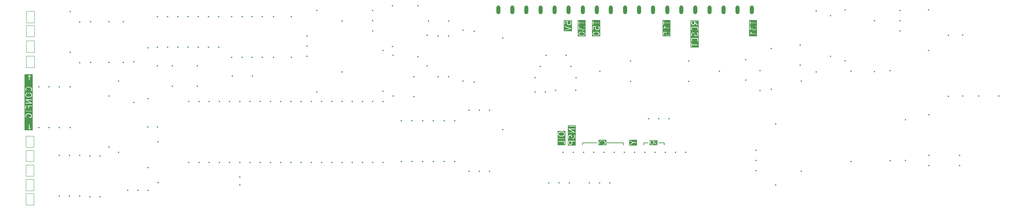
<source format=gbo>
%TF.GenerationSoftware,KiCad,Pcbnew,8.0.1*%
%TF.CreationDate,2024-07-16T21:14:59+02:00*%
%TF.ProjectId,BMW E30 VFL SI Board V3,424d5720-4533-4302-9056-464c20534920,rev?*%
%TF.SameCoordinates,Original*%
%TF.FileFunction,Legend,Bot*%
%TF.FilePolarity,Positive*%
%FSLAX46Y46*%
G04 Gerber Fmt 4.6, Leading zero omitted, Abs format (unit mm)*
G04 Created by KiCad (PCBNEW 8.0.1) date 2024-07-16 21:14:59*
%MOMM*%
%LPD*%
G01*
G04 APERTURE LIST*
%ADD10C,0.150000*%
%ADD11C,0.120000*%
%ADD12C,0.350000*%
%ADD13O,1.000000X2.200000*%
G04 APERTURE END LIST*
D10*
X214960000Y-135568000D02*
X214960000Y-136076000D01*
X220040000Y-135568000D02*
X220040000Y-136076000D01*
X221056000Y-135568000D02*
X220040000Y-135568000D01*
X210896000Y-135568000D02*
X214960000Y-135568000D01*
X223697600Y-135568000D02*
X225120000Y-135568000D01*
X208356000Y-135568000D02*
X204800000Y-135568000D01*
X225120000Y-135568000D02*
X225120000Y-136076000D01*
X204800000Y-135568000D02*
X204800000Y-136076000D01*
G36*
X248150295Y-109053195D02*
G01*
X246166961Y-109053195D01*
X246166961Y-108384318D01*
X246333628Y-108384318D01*
X246335069Y-108391602D01*
X246335069Y-108399029D01*
X246337881Y-108405817D01*
X246339307Y-108413026D01*
X246343426Y-108419204D01*
X246346268Y-108426065D01*
X246351463Y-108431260D01*
X246355540Y-108437375D01*
X246361709Y-108441506D01*
X246366960Y-108446757D01*
X246373749Y-108449569D01*
X246379855Y-108453658D01*
X246387135Y-108455114D01*
X246393996Y-108457956D01*
X246408472Y-108459381D01*
X246408549Y-108459397D01*
X246408575Y-108459391D01*
X246408628Y-108459397D01*
X247834458Y-108458040D01*
X247835069Y-108827601D01*
X247846268Y-108854637D01*
X247866960Y-108875329D01*
X247893996Y-108886528D01*
X247923260Y-108886528D01*
X247950296Y-108875329D01*
X247970988Y-108854637D01*
X247982187Y-108827601D01*
X247983628Y-108812969D01*
X247982187Y-107941194D01*
X247970988Y-107914158D01*
X247950296Y-107893466D01*
X247923260Y-107882267D01*
X247893996Y-107882267D01*
X247866960Y-107893466D01*
X247846268Y-107914158D01*
X247835069Y-107941194D01*
X247833628Y-107955826D01*
X247834212Y-108309467D01*
X246652218Y-108310592D01*
X246658257Y-108306519D01*
X246664582Y-108303900D01*
X246675824Y-108294673D01*
X246675892Y-108294628D01*
X246675906Y-108294606D01*
X246675947Y-108294573D01*
X246817057Y-108151572D01*
X246825020Y-108144667D01*
X246827042Y-108141453D01*
X246828131Y-108140351D01*
X246828889Y-108138520D01*
X246832853Y-108132224D01*
X246909537Y-107975636D01*
X246911611Y-107946446D01*
X246902357Y-107918684D01*
X246883184Y-107896577D01*
X246857009Y-107883489D01*
X246827819Y-107881415D01*
X246800058Y-107890669D01*
X246777950Y-107909842D01*
X246770118Y-107922285D01*
X246706714Y-108051753D01*
X246580427Y-108179732D01*
X246373284Y-108319417D01*
X246366960Y-108322037D01*
X246361908Y-108327088D01*
X246355650Y-108331309D01*
X246351518Y-108337478D01*
X246346268Y-108342729D01*
X246343455Y-108349518D01*
X246339367Y-108355624D01*
X246337910Y-108362904D01*
X246335069Y-108369765D01*
X246335069Y-108377113D01*
X246333628Y-108384318D01*
X246166961Y-108384318D01*
X246166961Y-106455826D01*
X246333628Y-106455826D01*
X246335043Y-107382333D01*
X246334259Y-107394104D01*
X246335065Y-107396487D01*
X246335069Y-107399030D01*
X246339732Y-107410287D01*
X246343634Y-107421825D01*
X246345299Y-107423729D01*
X246346268Y-107426066D01*
X246354878Y-107434676D01*
X246362904Y-107443849D01*
X246365173Y-107444971D01*
X246366960Y-107446758D01*
X246378210Y-107451418D01*
X246389136Y-107456821D01*
X246391659Y-107456989D01*
X246393996Y-107457957D01*
X246406181Y-107457957D01*
X246418334Y-107458767D01*
X246420729Y-107457957D01*
X246423260Y-107457957D01*
X246434517Y-107453293D01*
X246446055Y-107449392D01*
X246448972Y-107447306D01*
X246450296Y-107446758D01*
X246451691Y-107445362D01*
X246458016Y-107440841D01*
X246906082Y-107047307D01*
X246906333Y-107087238D01*
X246905646Y-107089302D01*
X246906414Y-107100124D01*
X246906498Y-107113315D01*
X246907529Y-107115804D01*
X246907720Y-107118492D01*
X246912975Y-107132224D01*
X246985215Y-107273771D01*
X246989125Y-107283209D01*
X246991524Y-107286132D01*
X246992235Y-107287525D01*
X246993733Y-107288824D01*
X246998452Y-107294574D01*
X247070745Y-107365087D01*
X247076930Y-107372218D01*
X247080106Y-107374217D01*
X247081247Y-107375330D01*
X247083078Y-107376088D01*
X247089373Y-107380051D01*
X247222677Y-107445332D01*
X247224103Y-107446758D01*
X247233736Y-107450748D01*
X247245961Y-107456735D01*
X247248650Y-107456926D01*
X247251139Y-107457957D01*
X247265771Y-107459398D01*
X247611282Y-107458058D01*
X247613533Y-107458809D01*
X247624831Y-107458006D01*
X247637546Y-107457957D01*
X247640034Y-107456926D01*
X247642724Y-107456735D01*
X247656455Y-107451480D01*
X247798000Y-107379238D01*
X247807438Y-107375330D01*
X247810363Y-107372929D01*
X247811755Y-107372219D01*
X247813054Y-107370720D01*
X247818804Y-107366002D01*
X247889312Y-107293714D01*
X247896450Y-107287525D01*
X247898450Y-107284346D01*
X247899560Y-107283209D01*
X247900317Y-107281381D01*
X247904282Y-107275082D01*
X247969562Y-107141776D01*
X247970988Y-107140351D01*
X247974980Y-107130713D01*
X247980965Y-107118492D01*
X247981155Y-107115804D01*
X247982187Y-107113315D01*
X247983628Y-107098683D01*
X247982272Y-106681792D01*
X247983039Y-106679493D01*
X247982227Y-106668078D01*
X247982187Y-106655480D01*
X247981155Y-106652990D01*
X247980965Y-106650303D01*
X247975710Y-106636571D01*
X247903471Y-106495028D01*
X247899561Y-106485587D01*
X247897159Y-106482660D01*
X247896450Y-106481271D01*
X247894953Y-106479972D01*
X247890233Y-106474222D01*
X247807439Y-106393466D01*
X247780402Y-106382267D01*
X247751140Y-106382267D01*
X247724103Y-106393466D01*
X247703411Y-106414158D01*
X247692212Y-106441195D01*
X247692212Y-106470457D01*
X247703411Y-106497494D01*
X247712738Y-106508859D01*
X247774214Y-106568823D01*
X247833677Y-106685332D01*
X247834956Y-107078598D01*
X247778073Y-107194754D01*
X247724204Y-107249983D01*
X247607675Y-107309457D01*
X247285811Y-107310704D01*
X247169699Y-107253842D01*
X247114469Y-107199972D01*
X247054960Y-107083370D01*
X247053714Y-106885366D01*
X247054426Y-106874692D01*
X247053632Y-106872344D01*
X247053616Y-106869766D01*
X247048952Y-106858508D01*
X247045051Y-106846971D01*
X247043385Y-106845067D01*
X247042417Y-106842730D01*
X247033797Y-106834110D01*
X247025780Y-106824948D01*
X247023514Y-106823827D01*
X247021725Y-106822038D01*
X247010459Y-106817371D01*
X246999549Y-106811976D01*
X246997028Y-106811807D01*
X246994689Y-106810839D01*
X246982498Y-106810839D01*
X246970351Y-106810029D01*
X246967956Y-106810839D01*
X246965425Y-106810839D01*
X246954170Y-106815500D01*
X246942629Y-106819404D01*
X246939710Y-106821490D01*
X246938389Y-106822038D01*
X246936994Y-106823432D01*
X246930669Y-106827955D01*
X246483378Y-107220806D01*
X246482187Y-106441194D01*
X246470988Y-106414158D01*
X246450296Y-106393466D01*
X246423260Y-106382267D01*
X246393996Y-106382267D01*
X246366960Y-106393466D01*
X246346268Y-106414158D01*
X246335069Y-106441194D01*
X246333628Y-106455826D01*
X246166961Y-106455826D01*
X246166961Y-105241541D01*
X246333628Y-105241541D01*
X246335069Y-106113316D01*
X246346268Y-106140352D01*
X246366960Y-106161044D01*
X246393996Y-106172243D01*
X246423260Y-106172243D01*
X246450296Y-106161044D01*
X246470988Y-106140352D01*
X246482187Y-106113316D01*
X246483628Y-106098684D01*
X246483043Y-105745041D01*
X247923260Y-105743671D01*
X247950296Y-105732472D01*
X247970988Y-105711780D01*
X247982187Y-105684744D01*
X247982187Y-105655480D01*
X247970988Y-105628444D01*
X247950296Y-105607752D01*
X247923260Y-105596553D01*
X247908628Y-105595112D01*
X246482797Y-105596468D01*
X246482187Y-105226909D01*
X246470988Y-105199873D01*
X246450296Y-105179181D01*
X246423260Y-105167982D01*
X246393996Y-105167982D01*
X246366960Y-105179181D01*
X246346268Y-105199873D01*
X246335069Y-105226909D01*
X246333628Y-105241541D01*
X246166961Y-105241541D01*
X246166961Y-105001315D01*
X248150295Y-105001315D01*
X248150295Y-109053195D01*
G37*
G36*
X226650295Y-109054636D02*
G01*
X224666961Y-109054636D01*
X224666961Y-108027254D01*
X224833628Y-108027254D01*
X224835069Y-108756172D01*
X224846268Y-108783208D01*
X224866960Y-108803900D01*
X224893996Y-108815099D01*
X224923260Y-108815099D01*
X224950296Y-108803900D01*
X224970988Y-108783208D01*
X224982187Y-108756172D01*
X224983628Y-108741540D01*
X224982350Y-108095124D01*
X225458523Y-108046561D01*
X225419122Y-108127018D01*
X225417697Y-108128444D01*
X225413704Y-108138081D01*
X225407720Y-108150303D01*
X225407529Y-108152990D01*
X225406498Y-108155480D01*
X225405057Y-108170112D01*
X225406396Y-108515622D01*
X225405646Y-108517873D01*
X225406448Y-108529170D01*
X225406498Y-108541886D01*
X225407529Y-108544375D01*
X225407720Y-108547063D01*
X225412975Y-108560795D01*
X225485215Y-108702342D01*
X225489125Y-108711780D01*
X225491524Y-108714703D01*
X225492235Y-108716096D01*
X225493733Y-108717395D01*
X225498452Y-108723145D01*
X225570745Y-108793658D01*
X225576930Y-108800789D01*
X225580106Y-108802788D01*
X225581247Y-108803901D01*
X225583078Y-108804659D01*
X225589373Y-108808622D01*
X225722677Y-108873903D01*
X225724103Y-108875329D01*
X225733736Y-108879319D01*
X225745961Y-108885306D01*
X225748650Y-108885497D01*
X225751139Y-108886528D01*
X225765771Y-108887969D01*
X226111282Y-108886629D01*
X226113533Y-108887380D01*
X226124831Y-108886577D01*
X226137546Y-108886528D01*
X226140034Y-108885497D01*
X226142724Y-108885306D01*
X226156455Y-108880051D01*
X226298000Y-108807809D01*
X226307438Y-108803901D01*
X226310363Y-108801500D01*
X226311755Y-108800790D01*
X226313054Y-108799291D01*
X226318804Y-108794573D01*
X226389312Y-108722285D01*
X226396450Y-108716096D01*
X226398450Y-108712917D01*
X226399560Y-108711780D01*
X226400317Y-108709952D01*
X226404282Y-108703653D01*
X226469562Y-108570347D01*
X226470988Y-108568922D01*
X226474980Y-108559284D01*
X226480965Y-108547063D01*
X226481155Y-108544375D01*
X226482187Y-108541886D01*
X226483628Y-108527254D01*
X226482288Y-108181743D01*
X226483039Y-108179493D01*
X226482236Y-108168195D01*
X226482187Y-108155480D01*
X226481155Y-108152990D01*
X226480965Y-108150303D01*
X226475710Y-108136572D01*
X226403469Y-107995023D01*
X226399560Y-107985586D01*
X226397160Y-107982662D01*
X226396450Y-107981270D01*
X226394951Y-107979970D01*
X226390233Y-107974221D01*
X226307438Y-107893465D01*
X226280402Y-107882267D01*
X226251139Y-107882267D01*
X226224103Y-107893466D01*
X226203410Y-107914159D01*
X226192212Y-107941195D01*
X226192212Y-107970458D01*
X226203411Y-107997494D01*
X226212738Y-108008859D01*
X226274214Y-108068821D01*
X226333687Y-108185351D01*
X226334934Y-108507213D01*
X226278073Y-108623325D01*
X226224204Y-108678554D01*
X226107675Y-108738028D01*
X225785811Y-108739275D01*
X225669699Y-108682413D01*
X225614469Y-108628543D01*
X225554997Y-108512014D01*
X225553750Y-108190152D01*
X225610611Y-108074040D01*
X225668183Y-108015015D01*
X225670580Y-108013730D01*
X225676525Y-108006463D01*
X225685274Y-107997494D01*
X225686720Y-107994003D01*
X225689110Y-107991082D01*
X225692274Y-107980593D01*
X225696473Y-107970458D01*
X225696473Y-107966678D01*
X225697563Y-107963066D01*
X225696473Y-107952162D01*
X225696473Y-107941195D01*
X225695027Y-107937705D01*
X225694652Y-107933947D01*
X225689470Y-107924288D01*
X225685275Y-107914159D01*
X225682602Y-107911486D01*
X225680818Y-107908160D01*
X225672335Y-107901219D01*
X225664582Y-107893466D01*
X225661093Y-107892020D01*
X225658170Y-107889629D01*
X225647672Y-107886461D01*
X225637546Y-107882267D01*
X225633770Y-107882267D01*
X225630154Y-107881176D01*
X225615451Y-107881198D01*
X224904604Y-107953695D01*
X224893996Y-107953695D01*
X224890531Y-107955130D01*
X224886749Y-107955516D01*
X224877089Y-107960698D01*
X224866960Y-107964894D01*
X224864288Y-107967565D01*
X224860962Y-107969350D01*
X224854021Y-107977832D01*
X224846268Y-107985586D01*
X224844822Y-107989074D01*
X224842431Y-107991998D01*
X224839263Y-108002495D01*
X224835069Y-108012622D01*
X224834516Y-108018227D01*
X224833978Y-108020014D01*
X224834160Y-108021842D01*
X224833628Y-108027254D01*
X224666961Y-108027254D01*
X224666961Y-106955747D01*
X224833628Y-106955747D01*
X224835069Y-106963031D01*
X224835069Y-106970458D01*
X224837881Y-106977246D01*
X224839307Y-106984455D01*
X224843426Y-106990633D01*
X224846268Y-106997494D01*
X224851463Y-107002689D01*
X224855540Y-107008804D01*
X224861709Y-107012935D01*
X224866960Y-107018186D01*
X224873749Y-107020998D01*
X224879855Y-107025087D01*
X224887135Y-107026543D01*
X224893996Y-107029385D01*
X224908472Y-107030810D01*
X224908549Y-107030826D01*
X224908575Y-107030820D01*
X224908628Y-107030826D01*
X226334458Y-107029469D01*
X226335069Y-107399030D01*
X226346268Y-107426066D01*
X226366960Y-107446758D01*
X226393996Y-107457957D01*
X226423260Y-107457957D01*
X226450296Y-107446758D01*
X226470988Y-107426066D01*
X226482187Y-107399030D01*
X226483628Y-107384398D01*
X226482187Y-106512623D01*
X226470988Y-106485587D01*
X226450296Y-106464895D01*
X226423260Y-106453696D01*
X226393996Y-106453696D01*
X226366960Y-106464895D01*
X226346268Y-106485587D01*
X226335069Y-106512623D01*
X226333628Y-106527255D01*
X226334212Y-106880896D01*
X225152218Y-106882021D01*
X225158257Y-106877948D01*
X225164582Y-106875329D01*
X225175824Y-106866102D01*
X225175892Y-106866057D01*
X225175906Y-106866035D01*
X225175947Y-106866002D01*
X225317057Y-106723001D01*
X225325020Y-106716096D01*
X225327042Y-106712882D01*
X225328131Y-106711780D01*
X225328889Y-106709949D01*
X225332853Y-106703653D01*
X225409537Y-106547065D01*
X225411611Y-106517875D01*
X225402357Y-106490113D01*
X225383184Y-106468006D01*
X225357009Y-106454918D01*
X225327819Y-106452844D01*
X225300058Y-106462098D01*
X225277950Y-106481271D01*
X225270118Y-106493714D01*
X225206714Y-106623182D01*
X225080427Y-106751161D01*
X224873284Y-106890846D01*
X224866960Y-106893466D01*
X224861908Y-106898517D01*
X224855650Y-106902738D01*
X224851518Y-106908907D01*
X224846268Y-106914158D01*
X224843455Y-106920947D01*
X224839367Y-106927053D01*
X224837910Y-106934333D01*
X224835069Y-106941194D01*
X224835069Y-106948542D01*
X224833628Y-106955747D01*
X224666961Y-106955747D01*
X224666961Y-105241541D01*
X224833628Y-105241541D01*
X224835069Y-106113316D01*
X224846268Y-106140352D01*
X224866960Y-106161044D01*
X224893996Y-106172243D01*
X224923260Y-106172243D01*
X224950296Y-106161044D01*
X224970988Y-106140352D01*
X224982187Y-106113316D01*
X224983628Y-106098684D01*
X224983043Y-105745041D01*
X226423260Y-105743671D01*
X226450296Y-105732472D01*
X226470988Y-105711780D01*
X226482187Y-105684744D01*
X226482187Y-105655480D01*
X226470988Y-105628444D01*
X226450296Y-105607752D01*
X226423260Y-105596553D01*
X226408628Y-105595112D01*
X224982797Y-105596468D01*
X224982187Y-105226909D01*
X224970988Y-105199873D01*
X224950296Y-105179181D01*
X224923260Y-105167982D01*
X224893996Y-105167982D01*
X224866960Y-105179181D01*
X224846268Y-105199873D01*
X224835069Y-105226909D01*
X224833628Y-105241541D01*
X224666961Y-105241541D01*
X224666961Y-105001315D01*
X226650295Y-105001315D01*
X226650295Y-109054636D01*
G37*
G36*
X202042697Y-135717400D02*
G01*
X201985787Y-135833611D01*
X201931918Y-135888841D01*
X201815315Y-135948351D01*
X201636213Y-135949478D01*
X201520271Y-135892701D01*
X201465042Y-135838831D01*
X201405590Y-135722345D01*
X201404407Y-135241041D01*
X202041524Y-135240435D01*
X202042697Y-135717400D01*
G37*
G36*
X203072295Y-136264922D02*
G01*
X201088961Y-136264922D01*
X201088961Y-135166112D01*
X201255628Y-135166112D01*
X201257004Y-135725798D01*
X201256217Y-135728160D01*
X201257038Y-135739720D01*
X201257069Y-135752173D01*
X201258099Y-135754661D01*
X201258291Y-135757351D01*
X201263546Y-135771082D01*
X201335787Y-135912627D01*
X201339696Y-135922065D01*
X201342096Y-135924990D01*
X201342807Y-135926382D01*
X201344305Y-135927681D01*
X201349024Y-135933431D01*
X201421311Y-136003939D01*
X201427501Y-136011077D01*
X201430679Y-136013077D01*
X201431817Y-136014187D01*
X201433644Y-136014944D01*
X201439944Y-136018909D01*
X201573248Y-136084189D01*
X201574674Y-136085615D01*
X201584312Y-136089607D01*
X201596533Y-136095592D01*
X201599220Y-136095782D01*
X201601710Y-136096814D01*
X201616342Y-136098255D01*
X201819183Y-136096978D01*
X201821247Y-136097666D01*
X201832069Y-136096897D01*
X201845260Y-136096814D01*
X201847749Y-136095782D01*
X201850437Y-136095592D01*
X201864169Y-136090337D01*
X202005717Y-136018095D01*
X202015153Y-136014187D01*
X202018076Y-136011787D01*
X202019469Y-136011077D01*
X202020768Y-136009578D01*
X202026518Y-136004860D01*
X202097033Y-135932566D01*
X202104164Y-135926382D01*
X202106163Y-135923205D01*
X202107275Y-135922066D01*
X202108033Y-135920233D01*
X202111996Y-135913939D01*
X202177276Y-135780634D01*
X202178702Y-135779209D01*
X202182694Y-135769570D01*
X202188679Y-135757350D01*
X202188869Y-135754662D01*
X202189901Y-135752173D01*
X202191342Y-135737541D01*
X202190119Y-135240294D01*
X202845260Y-135239671D01*
X202872296Y-135228472D01*
X202892988Y-135207780D01*
X202904187Y-135180744D01*
X202904187Y-135151480D01*
X202892988Y-135124444D01*
X202872296Y-135103752D01*
X202845260Y-135092553D01*
X202830628Y-135091112D01*
X201315996Y-135092553D01*
X201288960Y-135103752D01*
X201268268Y-135124444D01*
X201257069Y-135151480D01*
X201255628Y-135166112D01*
X201088961Y-135166112D01*
X201088961Y-133951827D01*
X201255628Y-133951827D01*
X201257005Y-134307255D01*
X201256217Y-134318350D01*
X201257063Y-134322070D01*
X201257069Y-134323602D01*
X201257827Y-134325433D01*
X201259477Y-134332687D01*
X201336900Y-134560398D01*
X201356074Y-134582505D01*
X201382247Y-134595592D01*
X201411437Y-134597667D01*
X201439200Y-134588413D01*
X201461307Y-134569239D01*
X201474393Y-134543065D01*
X201476468Y-134513875D01*
X201473208Y-134499538D01*
X201405595Y-134300682D01*
X201404321Y-133971867D01*
X201461183Y-133855755D01*
X201515052Y-133800526D01*
X201631741Y-133740972D01*
X201739526Y-133739985D01*
X201855270Y-133796666D01*
X201910499Y-133850536D01*
X201972826Y-133972657D01*
X202043461Y-134249706D01*
X202044005Y-134257350D01*
X202048216Y-134268355D01*
X202048528Y-134269577D01*
X202048850Y-134270012D01*
X202049260Y-134271082D01*
X202121502Y-134412630D01*
X202125411Y-134422067D01*
X202127810Y-134424990D01*
X202128521Y-134426383D01*
X202130019Y-134427682D01*
X202134738Y-134433432D01*
X202207031Y-134503945D01*
X202213216Y-134511076D01*
X202216392Y-134513075D01*
X202217533Y-134514188D01*
X202219364Y-134514946D01*
X202225659Y-134518909D01*
X202358963Y-134584190D01*
X202360389Y-134585616D01*
X202370022Y-134589606D01*
X202382247Y-134595593D01*
X202384936Y-134595784D01*
X202387425Y-134596815D01*
X202402057Y-134598256D01*
X202533686Y-134597051D01*
X202535533Y-134597667D01*
X202545747Y-134596941D01*
X202559546Y-134596815D01*
X202562034Y-134595784D01*
X202564724Y-134595593D01*
X202578455Y-134590338D01*
X202720000Y-134518096D01*
X202729438Y-134514188D01*
X202732363Y-134511787D01*
X202733755Y-134511077D01*
X202735054Y-134509578D01*
X202740804Y-134504860D01*
X202811312Y-134432572D01*
X202818450Y-134426383D01*
X202820450Y-134423204D01*
X202821560Y-134422067D01*
X202822317Y-134420239D01*
X202826282Y-134413940D01*
X202891562Y-134280634D01*
X202892988Y-134279209D01*
X202896980Y-134269571D01*
X202902965Y-134257350D01*
X202903155Y-134254662D01*
X202904187Y-134252173D01*
X202905628Y-134237541D01*
X202904250Y-133882113D01*
X202905039Y-133871019D01*
X202904192Y-133867298D01*
X202904187Y-133865767D01*
X202903428Y-133863935D01*
X202901779Y-133856682D01*
X202824357Y-133628971D01*
X202805183Y-133606863D01*
X202779010Y-133593777D01*
X202749820Y-133591702D01*
X202722058Y-133600956D01*
X202699950Y-133620130D01*
X202686864Y-133646303D01*
X202684789Y-133675493D01*
X202688049Y-133689830D01*
X202755660Y-133888685D01*
X202756934Y-134217500D01*
X202700073Y-134333612D01*
X202646204Y-134388841D01*
X202529515Y-134448396D01*
X202421731Y-134449383D01*
X202305985Y-134392700D01*
X202250756Y-134338831D01*
X202188429Y-134216711D01*
X202117794Y-133939661D01*
X202117251Y-133932017D01*
X202113039Y-133921012D01*
X202112728Y-133919791D01*
X202112405Y-133919355D01*
X202111996Y-133918286D01*
X202039758Y-133776749D01*
X202035846Y-133767303D01*
X202033442Y-133764374D01*
X202032734Y-133762986D01*
X202031238Y-133761689D01*
X202026518Y-133755937D01*
X201954230Y-133685428D01*
X201948041Y-133678291D01*
X201944862Y-133676290D01*
X201943725Y-133675181D01*
X201941897Y-133674423D01*
X201935598Y-133670459D01*
X201802293Y-133605178D01*
X201800868Y-133603753D01*
X201791229Y-133599760D01*
X201779009Y-133593776D01*
X201776321Y-133593585D01*
X201773832Y-133592554D01*
X201759200Y-133591113D01*
X201627569Y-133592317D01*
X201625723Y-133591702D01*
X201615508Y-133592427D01*
X201601710Y-133592554D01*
X201599220Y-133593585D01*
X201596533Y-133593776D01*
X201582801Y-133599031D01*
X201441253Y-133671272D01*
X201431817Y-133675181D01*
X201428893Y-133677580D01*
X201427501Y-133678291D01*
X201426201Y-133679789D01*
X201420452Y-133684508D01*
X201349942Y-133756797D01*
X201342807Y-133762986D01*
X201340806Y-133766164D01*
X201339696Y-133767303D01*
X201338938Y-133769132D01*
X201334975Y-133775429D01*
X201269693Y-133908733D01*
X201268268Y-133910159D01*
X201264278Y-133919791D01*
X201258291Y-133932017D01*
X201258099Y-133934706D01*
X201257069Y-133937195D01*
X201255628Y-133951827D01*
X201088961Y-133951827D01*
X201088961Y-132171351D01*
X201255811Y-132171351D01*
X201257069Y-132175963D01*
X201257069Y-132180744D01*
X201260886Y-132189959D01*
X201263511Y-132199583D01*
X201266438Y-132203363D01*
X201268268Y-132207780D01*
X201275318Y-132214830D01*
X201281428Y-132222720D01*
X201287560Y-132227072D01*
X201288960Y-132228472D01*
X201290334Y-132229041D01*
X201293418Y-132231230D01*
X202551089Y-132948520D01*
X201315996Y-132949696D01*
X201288960Y-132960895D01*
X201268268Y-132981587D01*
X201257069Y-133008623D01*
X201257069Y-133037887D01*
X201268268Y-133064923D01*
X201288960Y-133085615D01*
X201315996Y-133096814D01*
X201330628Y-133098255D01*
X202826113Y-133096832D01*
X202835867Y-133098072D01*
X202840462Y-133096818D01*
X202845260Y-133096814D01*
X202854475Y-133092996D01*
X202864099Y-133090372D01*
X202867879Y-133087444D01*
X202872296Y-133085615D01*
X202879346Y-133078564D01*
X202887236Y-133072455D01*
X202889609Y-133068301D01*
X202892988Y-133064923D01*
X202896804Y-133055710D01*
X202901755Y-133047046D01*
X202902357Y-133042302D01*
X202904187Y-133037887D01*
X202904187Y-133027912D01*
X202905445Y-133018016D01*
X202904187Y-133013403D01*
X202904187Y-133008623D01*
X202900369Y-132999406D01*
X202897745Y-132989785D01*
X202894818Y-132986005D01*
X202892988Y-132981587D01*
X202885934Y-132974533D01*
X202879828Y-132966648D01*
X202873695Y-132962294D01*
X202872296Y-132960895D01*
X202870922Y-132960326D01*
X202867839Y-132958137D01*
X201610166Y-132240846D01*
X202845260Y-132239671D01*
X202872296Y-132228472D01*
X202892988Y-132207780D01*
X202904187Y-132180744D01*
X202904187Y-132151480D01*
X202892988Y-132124444D01*
X202872296Y-132103752D01*
X202845260Y-132092553D01*
X202830628Y-132091112D01*
X201335142Y-132092534D01*
X201325389Y-132091295D01*
X201320793Y-132092548D01*
X201315996Y-132092553D01*
X201306780Y-132096370D01*
X201297157Y-132098995D01*
X201293376Y-132101922D01*
X201288960Y-132103752D01*
X201281909Y-132110802D01*
X201274020Y-132116912D01*
X201271646Y-132121065D01*
X201268268Y-132124444D01*
X201264451Y-132133656D01*
X201259501Y-132142321D01*
X201258898Y-132147064D01*
X201257069Y-132151480D01*
X201257069Y-132161454D01*
X201255811Y-132171351D01*
X201088961Y-132171351D01*
X201088961Y-131466458D01*
X201257069Y-131466458D01*
X201268268Y-131493494D01*
X201288960Y-131514186D01*
X201315996Y-131525385D01*
X201330628Y-131526826D01*
X202845260Y-131525385D01*
X202872296Y-131514186D01*
X202892988Y-131493494D01*
X202904187Y-131466458D01*
X202904187Y-131437194D01*
X202892988Y-131410158D01*
X202872296Y-131389466D01*
X202845260Y-131378267D01*
X202830628Y-131376826D01*
X201315996Y-131378267D01*
X201288960Y-131389466D01*
X201268268Y-131410158D01*
X201257069Y-131437194D01*
X201257069Y-131466458D01*
X201088961Y-131466458D01*
X201088961Y-131210159D01*
X203072295Y-131210159D01*
X203072295Y-136264922D01*
G37*
G36*
X218310854Y-136289189D02*
G01*
X216328980Y-136289189D01*
X216328980Y-136045867D01*
X216495647Y-136045867D01*
X216500714Y-136074689D01*
X216516425Y-136099377D01*
X216540388Y-136116174D01*
X216568954Y-136122522D01*
X216597776Y-136117455D01*
X216610894Y-136110816D01*
X217375668Y-135622502D01*
X218085260Y-135621100D01*
X218112296Y-135609901D01*
X218132988Y-135589209D01*
X218144187Y-135562173D01*
X218144187Y-135532909D01*
X218132988Y-135505873D01*
X218112296Y-135485181D01*
X218085260Y-135473982D01*
X218070628Y-135472541D01*
X217380271Y-135473905D01*
X216597776Y-134977627D01*
X216568954Y-134972560D01*
X216540388Y-134978908D01*
X216516425Y-134995705D01*
X216500714Y-135020393D01*
X216495647Y-135049215D01*
X216501995Y-135077781D01*
X216518792Y-135101744D01*
X216530362Y-135110816D01*
X217217965Y-135546911D01*
X216518792Y-135993338D01*
X216501995Y-136017301D01*
X216495647Y-136045867D01*
X216328980Y-136045867D01*
X216328980Y-134805893D01*
X218310854Y-134805893D01*
X218310854Y-136289189D01*
G37*
G36*
X67614788Y-123335951D02*
G01*
X67734264Y-123453848D01*
X67794001Y-123570895D01*
X67795202Y-123821366D01*
X67738444Y-123937269D01*
X67618430Y-124058889D01*
X67365033Y-124123495D01*
X66883527Y-124124844D01*
X66623067Y-124061017D01*
X66503592Y-123943121D01*
X66443854Y-123826075D01*
X66442653Y-123575603D01*
X66499413Y-123459699D01*
X66619426Y-123338079D01*
X66872821Y-123273474D01*
X67354328Y-123272125D01*
X67614788Y-123335951D01*
G37*
G36*
X68110595Y-132438712D02*
G01*
X66127261Y-132438712D01*
X66127261Y-131927402D01*
X66938226Y-131927402D01*
X66949425Y-131954439D01*
X66958752Y-131965804D01*
X67255687Y-132260702D01*
X67255832Y-132260847D01*
X67274949Y-132268765D01*
X67282868Y-132272045D01*
X67282869Y-132272045D01*
X67312131Y-132272045D01*
X67312132Y-132272045D01*
X67339168Y-132260846D01*
X67350533Y-132251519D01*
X67645574Y-131954439D01*
X67656773Y-131927403D01*
X67656773Y-131898140D01*
X67645574Y-131871103D01*
X67624881Y-131850411D01*
X67597845Y-131839212D01*
X67568582Y-131839212D01*
X67541546Y-131850411D01*
X67530181Y-131859738D01*
X67372276Y-132018733D01*
X67371059Y-131040996D01*
X67359860Y-131013960D01*
X67339168Y-130993268D01*
X67312132Y-130982069D01*
X67282868Y-130982069D01*
X67255832Y-130993268D01*
X67235140Y-131013960D01*
X67223941Y-131040996D01*
X67222500Y-131055628D01*
X67223699Y-132019490D01*
X67053453Y-131850411D01*
X67026416Y-131839212D01*
X66997154Y-131839212D01*
X66970117Y-131850411D01*
X66949425Y-131871103D01*
X66938226Y-131898140D01*
X66938226Y-131927402D01*
X66127261Y-131927402D01*
X66127261Y-128841343D01*
X66293928Y-128841343D01*
X66295204Y-129044184D01*
X66294517Y-129046248D01*
X66295285Y-129057071D01*
X66295369Y-129070261D01*
X66296399Y-129072749D01*
X66296591Y-129075439D01*
X66301846Y-129089170D01*
X66381107Y-129244470D01*
X66403215Y-129263643D01*
X66430976Y-129272897D01*
X66460166Y-129270823D01*
X66486341Y-129257735D01*
X66505514Y-129235628D01*
X66514768Y-129207866D01*
X66512694Y-129178676D01*
X66507439Y-129164945D01*
X66443831Y-129040317D01*
X66442678Y-128857103D01*
X66504029Y-128669307D01*
X66624291Y-128547435D01*
X66746901Y-128484858D01*
X67015733Y-128416318D01*
X67211877Y-128415083D01*
X67480300Y-128480860D01*
X67607713Y-128543256D01*
X67731235Y-128665145D01*
X67794005Y-128849761D01*
X67795093Y-128968697D01*
X67733765Y-129156424D01*
X67696141Y-129194997D01*
X67300716Y-129196105D01*
X67299630Y-128969568D01*
X67288431Y-128942532D01*
X67267739Y-128921840D01*
X67240703Y-128910641D01*
X67211439Y-128910641D01*
X67184403Y-128921840D01*
X67163711Y-128942532D01*
X67152512Y-128969568D01*
X67151071Y-128984200D01*
X67152512Y-129284545D01*
X67152512Y-129284546D01*
X67163711Y-129311582D01*
X67184403Y-129332274D01*
X67211439Y-129343473D01*
X67226071Y-129344914D01*
X67740703Y-129343473D01*
X67751901Y-129338834D01*
X67767738Y-129332275D01*
X67779104Y-129322947D01*
X67841975Y-129258489D01*
X67843483Y-129257736D01*
X67849679Y-129250591D01*
X67859860Y-129240154D01*
X67860891Y-129237663D01*
X67862657Y-129235628D01*
X67868651Y-129222203D01*
X67938399Y-129008699D01*
X67942487Y-128998832D01*
X67942859Y-128995046D01*
X67943339Y-128993580D01*
X67943198Y-128991605D01*
X67943928Y-128984200D01*
X67942626Y-128841982D01*
X67943339Y-128831963D01*
X67942501Y-128828279D01*
X67942487Y-128826711D01*
X67941728Y-128824879D01*
X67940079Y-128817626D01*
X67871059Y-128614626D01*
X67871059Y-128612425D01*
X67866881Y-128602339D01*
X67862657Y-128589915D01*
X67860891Y-128587879D01*
X67859860Y-128585389D01*
X67850533Y-128574024D01*
X67707534Y-128432916D01*
X67700626Y-128424950D01*
X67697410Y-128422926D01*
X67696309Y-128421839D01*
X67694479Y-128421081D01*
X67688183Y-128417118D01*
X67549648Y-128349275D01*
X67543821Y-128344957D01*
X67532763Y-128341006D01*
X67531595Y-128340434D01*
X67531054Y-128340395D01*
X67529975Y-128340010D01*
X67248625Y-128271065D01*
X67240703Y-128267784D01*
X67231557Y-128266883D01*
X67229716Y-128266432D01*
X67228624Y-128266594D01*
X67226071Y-128266343D01*
X67016410Y-128267662D01*
X67008139Y-128266432D01*
X66999075Y-128267771D01*
X66997153Y-128267784D01*
X66996131Y-128268206D01*
X66993595Y-128268582D01*
X66713905Y-128339890D01*
X66706261Y-128340434D01*
X66695256Y-128344645D01*
X66694035Y-128344957D01*
X66693599Y-128345279D01*
X66692530Y-128345689D01*
X66550991Y-128417927D01*
X66541546Y-128421840D01*
X66538619Y-128424242D01*
X66537230Y-128424951D01*
X66535933Y-128426446D01*
X66530181Y-128431167D01*
X66396292Y-128566848D01*
X66394374Y-128567808D01*
X66387319Y-128575941D01*
X66377997Y-128585389D01*
X66376965Y-128587879D01*
X66375200Y-128589915D01*
X66369206Y-128603340D01*
X66299456Y-128816843D01*
X66295369Y-128826711D01*
X66294996Y-128830496D01*
X66294517Y-128831963D01*
X66294657Y-128833937D01*
X66293928Y-128841343D01*
X66127261Y-128841343D01*
X66127261Y-127713117D01*
X66295369Y-127713117D01*
X66306568Y-127740153D01*
X66327260Y-127760845D01*
X66354296Y-127772044D01*
X66368928Y-127773485D01*
X67883560Y-127772044D01*
X67910596Y-127760845D01*
X67931288Y-127740153D01*
X67942487Y-127713117D01*
X67942487Y-127683853D01*
X67931288Y-127656817D01*
X67910596Y-127636125D01*
X67883560Y-127624926D01*
X67868928Y-127623485D01*
X66354296Y-127624926D01*
X66327260Y-127636125D01*
X66306568Y-127656817D01*
X66295369Y-127683853D01*
X66295369Y-127713117D01*
X66127261Y-127713117D01*
X66127261Y-126412771D01*
X66293928Y-126412771D01*
X66295369Y-127141689D01*
X66306568Y-127168725D01*
X66327260Y-127189417D01*
X66354296Y-127200616D01*
X66383560Y-127200616D01*
X66410596Y-127189417D01*
X66431288Y-127168725D01*
X66442487Y-127141689D01*
X66443928Y-127127057D01*
X66442664Y-126487700D01*
X67008422Y-126487162D01*
X67009655Y-126927403D01*
X67020854Y-126954439D01*
X67041546Y-126975131D01*
X67068582Y-126986330D01*
X67097846Y-126986330D01*
X67124882Y-126975131D01*
X67145574Y-126954439D01*
X67156773Y-126927403D01*
X67158214Y-126912771D01*
X67157021Y-126487021D01*
X67883560Y-126486330D01*
X67910596Y-126475131D01*
X67931288Y-126454439D01*
X67942487Y-126427403D01*
X67942487Y-126398139D01*
X67931288Y-126371103D01*
X67910596Y-126350411D01*
X67883560Y-126339212D01*
X67868928Y-126337771D01*
X66354296Y-126339212D01*
X66327260Y-126350411D01*
X66306568Y-126371103D01*
X66295369Y-126398139D01*
X66293928Y-126412771D01*
X66127261Y-126412771D01*
X66127261Y-124846581D01*
X66294111Y-124846581D01*
X66295369Y-124851193D01*
X66295369Y-124855974D01*
X66299186Y-124865189D01*
X66301811Y-124874813D01*
X66304738Y-124878593D01*
X66306568Y-124883010D01*
X66313618Y-124890060D01*
X66319728Y-124897950D01*
X66325860Y-124902302D01*
X66327260Y-124903702D01*
X66328634Y-124904271D01*
X66331718Y-124906460D01*
X67589389Y-125623750D01*
X66354296Y-125624926D01*
X66327260Y-125636125D01*
X66306568Y-125656817D01*
X66295369Y-125683853D01*
X66295369Y-125713117D01*
X66306568Y-125740153D01*
X66327260Y-125760845D01*
X66354296Y-125772044D01*
X66368928Y-125773485D01*
X67864413Y-125772062D01*
X67874167Y-125773302D01*
X67878762Y-125772048D01*
X67883560Y-125772044D01*
X67892775Y-125768226D01*
X67902399Y-125765602D01*
X67906179Y-125762674D01*
X67910596Y-125760845D01*
X67917646Y-125753794D01*
X67925536Y-125747685D01*
X67927909Y-125743531D01*
X67931288Y-125740153D01*
X67935104Y-125730940D01*
X67940055Y-125722276D01*
X67940657Y-125717532D01*
X67942487Y-125713117D01*
X67942487Y-125703142D01*
X67943745Y-125693246D01*
X67942487Y-125688633D01*
X67942487Y-125683853D01*
X67938669Y-125674636D01*
X67936045Y-125665015D01*
X67933118Y-125661235D01*
X67931288Y-125656817D01*
X67924234Y-125649763D01*
X67918128Y-125641878D01*
X67911995Y-125637524D01*
X67910596Y-125636125D01*
X67909222Y-125635556D01*
X67906139Y-125633367D01*
X66648466Y-124916076D01*
X67883560Y-124914901D01*
X67910596Y-124903702D01*
X67931288Y-124883010D01*
X67942487Y-124855974D01*
X67942487Y-124826710D01*
X67931288Y-124799674D01*
X67910596Y-124778982D01*
X67883560Y-124767783D01*
X67868928Y-124766342D01*
X66373442Y-124767764D01*
X66363689Y-124766525D01*
X66359093Y-124767778D01*
X66354296Y-124767783D01*
X66345080Y-124771600D01*
X66335457Y-124774225D01*
X66331676Y-124777152D01*
X66327260Y-124778982D01*
X66320209Y-124786032D01*
X66312320Y-124792142D01*
X66309946Y-124796295D01*
X66306568Y-124799674D01*
X66302751Y-124808886D01*
X66297801Y-124817551D01*
X66297198Y-124822294D01*
X66295369Y-124826710D01*
X66295369Y-124836684D01*
X66294111Y-124846581D01*
X66127261Y-124846581D01*
X66127261Y-123555628D01*
X66293928Y-123555628D01*
X66295243Y-123829782D01*
X66294517Y-123831961D01*
X66295307Y-123843082D01*
X66295369Y-123855974D01*
X66296399Y-123858462D01*
X66296591Y-123861152D01*
X66301846Y-123874883D01*
X66374089Y-124016432D01*
X66377997Y-124025867D01*
X66380396Y-124028790D01*
X66381107Y-124030183D01*
X66382605Y-124031482D01*
X66387324Y-124037232D01*
X66525121Y-124173208D01*
X66527665Y-124177448D01*
X66534700Y-124182660D01*
X66541546Y-124189416D01*
X66546696Y-124191549D01*
X66551178Y-124194870D01*
X66565024Y-124199817D01*
X66846374Y-124268762D01*
X66854296Y-124272044D01*
X66863439Y-124272944D01*
X66865282Y-124273396D01*
X66866374Y-124273233D01*
X66868928Y-124273485D01*
X67363858Y-124272099D01*
X67372574Y-124273396D01*
X67381684Y-124272049D01*
X67383560Y-124272044D01*
X67384581Y-124271621D01*
X67387118Y-124271246D01*
X67664145Y-124200615D01*
X67669273Y-124200615D01*
X67677483Y-124197214D01*
X67686678Y-124194870D01*
X67691157Y-124191550D01*
X67696309Y-124189417D01*
X67707675Y-124180089D01*
X67848782Y-124037092D01*
X67856750Y-124030183D01*
X67858773Y-124026967D01*
X67859860Y-124025867D01*
X67860617Y-124024039D01*
X67864582Y-124017740D01*
X67929862Y-123884435D01*
X67931288Y-123883010D01*
X67935280Y-123873371D01*
X67941265Y-123861151D01*
X67941455Y-123858463D01*
X67942487Y-123855974D01*
X67943928Y-123841342D01*
X67942612Y-123567187D01*
X67943339Y-123565009D01*
X67942548Y-123553888D01*
X67942487Y-123540996D01*
X67941455Y-123538506D01*
X67941265Y-123535819D01*
X67936010Y-123522087D01*
X67863770Y-123380542D01*
X67859861Y-123371104D01*
X67857460Y-123368178D01*
X67856750Y-123366787D01*
X67855251Y-123365487D01*
X67850533Y-123359738D01*
X67712732Y-123223758D01*
X67710190Y-123219521D01*
X67703157Y-123214310D01*
X67696310Y-123207553D01*
X67691159Y-123205419D01*
X67686678Y-123202099D01*
X67672832Y-123197152D01*
X67391482Y-123128207D01*
X67383560Y-123124926D01*
X67374414Y-123124025D01*
X67372573Y-123123574D01*
X67371481Y-123123736D01*
X67368928Y-123123485D01*
X66873997Y-123124870D01*
X66865282Y-123123574D01*
X66856171Y-123124920D01*
X66854296Y-123124926D01*
X66853274Y-123125348D01*
X66850738Y-123125724D01*
X66573711Y-123196354D01*
X66568582Y-123196354D01*
X66560371Y-123199755D01*
X66551178Y-123202099D01*
X66546697Y-123205419D01*
X66541546Y-123207553D01*
X66530181Y-123216880D01*
X66389073Y-123359878D01*
X66381107Y-123366787D01*
X66379083Y-123370002D01*
X66377996Y-123371104D01*
X66377238Y-123372933D01*
X66373275Y-123379230D01*
X66307993Y-123512534D01*
X66306568Y-123513960D01*
X66302577Y-123523593D01*
X66296591Y-123535818D01*
X66296399Y-123538507D01*
X66295369Y-123540996D01*
X66293928Y-123555628D01*
X66127261Y-123555628D01*
X66127261Y-122198485D01*
X66293928Y-122198485D01*
X66295229Y-122340702D01*
X66294517Y-122350722D01*
X66295354Y-122354405D01*
X66295369Y-122355974D01*
X66296127Y-122357805D01*
X66297777Y-122365059D01*
X66366798Y-122568058D01*
X66366798Y-122570259D01*
X66370974Y-122580341D01*
X66375200Y-122592770D01*
X66376965Y-122594805D01*
X66377997Y-122597296D01*
X66387324Y-122608661D01*
X66470117Y-122689416D01*
X66497153Y-122700615D01*
X66526416Y-122700615D01*
X66553452Y-122689416D01*
X66574145Y-122668723D01*
X66585344Y-122641687D01*
X66585344Y-122612424D01*
X66574145Y-122585388D01*
X66564818Y-122574023D01*
X66506479Y-122517120D01*
X66443850Y-122332921D01*
X66442762Y-122213987D01*
X66504029Y-122026449D01*
X66624291Y-121904577D01*
X66746901Y-121842000D01*
X67015733Y-121773460D01*
X67211877Y-121772225D01*
X67480300Y-121838002D01*
X67607713Y-121900398D01*
X67731235Y-122022287D01*
X67794005Y-122206903D01*
X67795093Y-122325839D01*
X67733765Y-122513566D01*
X67663711Y-122585388D01*
X67652512Y-122612424D01*
X67652512Y-122641687D01*
X67663710Y-122668723D01*
X67684403Y-122689416D01*
X67711439Y-122700615D01*
X67740702Y-122700615D01*
X67767738Y-122689417D01*
X67779104Y-122680089D01*
X67841975Y-122615631D01*
X67843483Y-122614878D01*
X67849679Y-122607733D01*
X67859860Y-122597296D01*
X67860891Y-122594805D01*
X67862657Y-122592770D01*
X67868651Y-122579345D01*
X67938399Y-122365841D01*
X67942487Y-122355974D01*
X67942859Y-122352188D01*
X67943339Y-122350722D01*
X67943198Y-122348747D01*
X67943928Y-122341342D01*
X67942626Y-122199124D01*
X67943339Y-122189105D01*
X67942501Y-122185421D01*
X67942487Y-122183853D01*
X67941728Y-122182021D01*
X67940079Y-122174768D01*
X67871059Y-121971768D01*
X67871059Y-121969567D01*
X67866881Y-121959481D01*
X67862657Y-121947057D01*
X67860891Y-121945021D01*
X67859860Y-121942531D01*
X67850533Y-121931166D01*
X67707534Y-121790058D01*
X67700626Y-121782092D01*
X67697410Y-121780068D01*
X67696309Y-121778981D01*
X67694479Y-121778223D01*
X67688183Y-121774260D01*
X67549648Y-121706417D01*
X67543821Y-121702099D01*
X67532763Y-121698148D01*
X67531595Y-121697576D01*
X67531054Y-121697537D01*
X67529975Y-121697152D01*
X67248625Y-121628207D01*
X67240703Y-121624926D01*
X67231557Y-121624025D01*
X67229716Y-121623574D01*
X67228624Y-121623736D01*
X67226071Y-121623485D01*
X67016410Y-121624804D01*
X67008139Y-121623574D01*
X66999075Y-121624913D01*
X66997153Y-121624926D01*
X66996131Y-121625348D01*
X66993595Y-121625724D01*
X66713905Y-121697032D01*
X66706261Y-121697576D01*
X66695256Y-121701787D01*
X66694035Y-121702099D01*
X66693599Y-121702421D01*
X66692530Y-121702831D01*
X66550991Y-121775069D01*
X66541546Y-121778982D01*
X66538619Y-121781384D01*
X66537230Y-121782093D01*
X66535933Y-121783588D01*
X66530181Y-121788309D01*
X66396292Y-121923990D01*
X66394374Y-121924950D01*
X66387319Y-121933083D01*
X66377997Y-121942531D01*
X66376965Y-121945021D01*
X66375200Y-121947057D01*
X66369206Y-121960482D01*
X66299456Y-122173985D01*
X66295369Y-122183853D01*
X66294996Y-122187638D01*
X66294517Y-122189105D01*
X66294657Y-122191079D01*
X66293928Y-122198485D01*
X66127261Y-122198485D01*
X66127261Y-119070259D01*
X66938226Y-119070259D01*
X66949425Y-119097296D01*
X66970117Y-119117988D01*
X66997154Y-119129187D01*
X67026416Y-119129187D01*
X67053453Y-119117988D01*
X67064818Y-119108661D01*
X67222723Y-118949664D01*
X67223941Y-119927403D01*
X67235140Y-119954439D01*
X67255832Y-119975131D01*
X67282868Y-119986330D01*
X67312132Y-119986330D01*
X67339168Y-119975131D01*
X67359860Y-119954439D01*
X67371059Y-119927403D01*
X67372500Y-119912771D01*
X67371300Y-118948909D01*
X67541546Y-119117988D01*
X67568582Y-119129187D01*
X67597845Y-119129187D01*
X67624881Y-119117988D01*
X67645574Y-119097296D01*
X67656773Y-119070259D01*
X67656773Y-119040996D01*
X67645574Y-119013960D01*
X67636247Y-119002595D01*
X67339168Y-118707553D01*
X67312132Y-118696354D01*
X67282868Y-118696354D01*
X67274949Y-118699633D01*
X67255832Y-118707552D01*
X67255826Y-118707557D01*
X67244467Y-118716880D01*
X66949425Y-119013960D01*
X66938226Y-119040997D01*
X66938226Y-119070259D01*
X66127261Y-119070259D01*
X66127261Y-118529687D01*
X68110595Y-118529687D01*
X68110595Y-132438712D01*
G37*
G36*
X202132495Y-107795990D02*
G01*
X200149161Y-107795990D01*
X200149161Y-107564292D01*
X200316417Y-107564292D01*
X200325671Y-107592055D01*
X200344845Y-107614162D01*
X200371018Y-107627248D01*
X200400208Y-107629323D01*
X200414545Y-107626063D01*
X201905377Y-107127622D01*
X201910638Y-107127249D01*
X201918997Y-107123069D01*
X201927971Y-107120069D01*
X201932018Y-107116558D01*
X201936811Y-107114162D01*
X201942973Y-107107057D01*
X201950078Y-107100895D01*
X201952474Y-107096102D01*
X201955985Y-107092055D01*
X201958958Y-107083135D01*
X201963165Y-107074722D01*
X201963544Y-107069374D01*
X201965239Y-107064292D01*
X201964572Y-107054912D01*
X201965239Y-107045532D01*
X201963544Y-107040449D01*
X201963165Y-107035102D01*
X201958958Y-107026688D01*
X201955985Y-107017769D01*
X201952474Y-107013721D01*
X201950078Y-107008929D01*
X201942973Y-107002766D01*
X201936811Y-106995662D01*
X201932018Y-106993265D01*
X201927971Y-106989755D01*
X201914545Y-106983761D01*
X200400208Y-106480501D01*
X200371018Y-106482576D01*
X200344845Y-106495662D01*
X200325671Y-106517769D01*
X200316417Y-106545532D01*
X200318492Y-106574722D01*
X200331578Y-106600895D01*
X200353685Y-106620069D01*
X200367111Y-106626063D01*
X201655915Y-107054371D01*
X200353685Y-107489755D01*
X200331578Y-107508929D01*
X200318492Y-107535102D01*
X200316417Y-107564292D01*
X200149161Y-107564292D01*
X200149161Y-105340626D01*
X200315828Y-105340626D01*
X200317269Y-106069544D01*
X200328468Y-106096580D01*
X200349160Y-106117272D01*
X200376196Y-106128471D01*
X200405460Y-106128471D01*
X200432496Y-106117272D01*
X200453188Y-106096580D01*
X200464387Y-106069544D01*
X200465828Y-106054912D01*
X200464550Y-105408496D01*
X200940723Y-105359933D01*
X200901322Y-105440390D01*
X200899897Y-105441816D01*
X200895904Y-105451453D01*
X200889920Y-105463675D01*
X200889729Y-105466362D01*
X200888698Y-105468852D01*
X200887257Y-105483484D01*
X200888596Y-105828994D01*
X200887846Y-105831245D01*
X200888648Y-105842542D01*
X200888698Y-105855258D01*
X200889729Y-105857747D01*
X200889920Y-105860435D01*
X200895175Y-105874167D01*
X200967415Y-106015714D01*
X200971325Y-106025152D01*
X200973724Y-106028075D01*
X200974435Y-106029468D01*
X200975933Y-106030767D01*
X200980652Y-106036517D01*
X201052945Y-106107030D01*
X201059130Y-106114161D01*
X201062306Y-106116160D01*
X201063447Y-106117273D01*
X201065278Y-106118031D01*
X201071573Y-106121994D01*
X201204877Y-106187275D01*
X201206303Y-106188701D01*
X201215936Y-106192691D01*
X201228161Y-106198678D01*
X201230850Y-106198869D01*
X201233339Y-106199900D01*
X201247971Y-106201341D01*
X201593482Y-106200001D01*
X201595733Y-106200752D01*
X201607031Y-106199949D01*
X201619746Y-106199900D01*
X201622234Y-106198869D01*
X201624924Y-106198678D01*
X201638655Y-106193423D01*
X201780200Y-106121181D01*
X201789638Y-106117273D01*
X201792563Y-106114872D01*
X201793955Y-106114162D01*
X201795254Y-106112663D01*
X201801004Y-106107945D01*
X201871512Y-106035657D01*
X201878650Y-106029468D01*
X201880650Y-106026289D01*
X201881760Y-106025152D01*
X201882517Y-106023324D01*
X201886482Y-106017025D01*
X201951762Y-105883719D01*
X201953188Y-105882294D01*
X201957180Y-105872656D01*
X201963165Y-105860435D01*
X201963355Y-105857747D01*
X201964387Y-105855258D01*
X201965828Y-105840626D01*
X201964488Y-105495115D01*
X201965239Y-105492865D01*
X201964436Y-105481567D01*
X201964387Y-105468852D01*
X201963355Y-105466362D01*
X201963165Y-105463675D01*
X201957910Y-105449944D01*
X201885669Y-105308395D01*
X201881760Y-105298958D01*
X201879360Y-105296034D01*
X201878650Y-105294642D01*
X201877151Y-105293342D01*
X201872433Y-105287593D01*
X201789638Y-105206837D01*
X201762602Y-105195639D01*
X201733339Y-105195639D01*
X201706303Y-105206838D01*
X201685610Y-105227531D01*
X201674412Y-105254567D01*
X201674412Y-105283830D01*
X201685611Y-105310866D01*
X201694938Y-105322231D01*
X201756414Y-105382193D01*
X201815887Y-105498723D01*
X201817134Y-105820585D01*
X201760273Y-105936697D01*
X201706404Y-105991926D01*
X201589875Y-106051400D01*
X201268011Y-106052647D01*
X201151899Y-105995785D01*
X201096669Y-105941915D01*
X201037197Y-105825386D01*
X201035950Y-105503524D01*
X201092811Y-105387412D01*
X201150383Y-105328387D01*
X201152780Y-105327102D01*
X201158725Y-105319835D01*
X201167474Y-105310866D01*
X201168920Y-105307375D01*
X201171310Y-105304454D01*
X201174474Y-105293965D01*
X201178673Y-105283830D01*
X201178673Y-105280050D01*
X201179763Y-105276438D01*
X201178673Y-105265534D01*
X201178673Y-105254567D01*
X201177227Y-105251077D01*
X201176852Y-105247319D01*
X201171670Y-105237660D01*
X201167475Y-105227531D01*
X201164802Y-105224858D01*
X201163018Y-105221532D01*
X201154535Y-105214591D01*
X201146782Y-105206838D01*
X201143293Y-105205392D01*
X201140370Y-105203001D01*
X201129872Y-105199833D01*
X201119746Y-105195639D01*
X201115970Y-105195639D01*
X201112354Y-105194548D01*
X201097651Y-105194570D01*
X200386804Y-105267067D01*
X200376196Y-105267067D01*
X200372731Y-105268502D01*
X200368949Y-105268888D01*
X200359289Y-105274070D01*
X200349160Y-105278266D01*
X200346488Y-105280937D01*
X200343162Y-105282722D01*
X200336221Y-105291204D01*
X200328468Y-105298958D01*
X200327022Y-105302446D01*
X200324631Y-105305370D01*
X200321463Y-105315867D01*
X200317269Y-105325994D01*
X200316716Y-105331599D01*
X200316178Y-105333386D01*
X200316360Y-105335214D01*
X200315828Y-105340626D01*
X200149161Y-105340626D01*
X200149161Y-105027881D01*
X202132495Y-105027881D01*
X202132495Y-107795990D01*
G37*
G36*
X205002629Y-108095343D02*
G01*
X205130185Y-108157809D01*
X205185414Y-108211680D01*
X205244968Y-108328368D01*
X205245955Y-108436152D01*
X205189273Y-108551896D01*
X205135404Y-108607126D01*
X205013285Y-108669451D01*
X204744489Y-108737984D01*
X204405730Y-108739297D01*
X204137026Y-108673450D01*
X204009471Y-108610986D01*
X203954242Y-108557116D01*
X203894687Y-108440427D01*
X203893700Y-108332643D01*
X203950383Y-108216897D01*
X204004252Y-108161668D01*
X204126372Y-108099341D01*
X204395167Y-108030810D01*
X204733926Y-108029497D01*
X205002629Y-108095343D01*
G37*
G36*
X205561495Y-109054636D02*
G01*
X203578161Y-109054636D01*
X203578161Y-108312969D01*
X203744828Y-108312969D01*
X203746032Y-108444598D01*
X203745417Y-108446445D01*
X203746142Y-108456659D01*
X203746269Y-108470458D01*
X203747299Y-108472946D01*
X203747491Y-108475636D01*
X203752746Y-108489367D01*
X203824987Y-108630912D01*
X203828896Y-108640350D01*
X203831296Y-108643275D01*
X203832007Y-108644667D01*
X203833505Y-108645966D01*
X203838224Y-108651716D01*
X203910511Y-108722224D01*
X203916701Y-108729362D01*
X203919879Y-108731362D01*
X203921017Y-108732472D01*
X203922844Y-108733229D01*
X203929144Y-108737194D01*
X204067677Y-108805034D01*
X204073506Y-108809354D01*
X204084566Y-108813305D01*
X204085733Y-108813877D01*
X204086272Y-108813915D01*
X204087352Y-108814301D01*
X204368703Y-108883246D01*
X204376625Y-108886528D01*
X204385768Y-108887428D01*
X204387611Y-108887880D01*
X204388703Y-108887717D01*
X204391257Y-108887969D01*
X204743469Y-108886603D01*
X204752046Y-108887880D01*
X204761142Y-108886535D01*
X204763032Y-108886528D01*
X204764053Y-108886105D01*
X204766590Y-108885730D01*
X205046280Y-108814420D01*
X205053923Y-108813877D01*
X205064928Y-108809665D01*
X205066150Y-108809354D01*
X205066585Y-108809031D01*
X205067655Y-108808622D01*
X205209203Y-108736380D01*
X205218639Y-108732472D01*
X205221562Y-108730072D01*
X205222955Y-108729362D01*
X205224254Y-108727863D01*
X205230004Y-108723145D01*
X205300519Y-108650851D01*
X205307650Y-108644667D01*
X205309649Y-108641490D01*
X205310761Y-108640351D01*
X205311519Y-108638518D01*
X205315482Y-108632224D01*
X205380762Y-108498919D01*
X205382188Y-108497494D01*
X205386180Y-108487855D01*
X205392165Y-108475635D01*
X205392355Y-108472947D01*
X205393387Y-108470458D01*
X205394828Y-108455826D01*
X205393623Y-108324196D01*
X205394239Y-108322350D01*
X205393513Y-108312135D01*
X205393387Y-108298337D01*
X205392355Y-108295847D01*
X205392165Y-108293160D01*
X205386910Y-108279428D01*
X205314671Y-108137885D01*
X205310761Y-108128444D01*
X205308359Y-108125517D01*
X205307650Y-108124128D01*
X205306153Y-108122829D01*
X205301433Y-108117079D01*
X205229144Y-108046569D01*
X205222955Y-108039433D01*
X205219776Y-108037432D01*
X205218639Y-108036323D01*
X205216811Y-108035565D01*
X205210512Y-108031601D01*
X205071977Y-107963758D01*
X205066150Y-107959440D01*
X205055092Y-107955489D01*
X205053924Y-107954917D01*
X205053383Y-107954878D01*
X205052304Y-107954493D01*
X204770954Y-107885548D01*
X204763032Y-107882267D01*
X204753886Y-107881366D01*
X204752045Y-107880915D01*
X204750953Y-107881077D01*
X204748400Y-107880826D01*
X204396188Y-107882191D01*
X204387612Y-107880915D01*
X204378515Y-107882259D01*
X204376625Y-107882267D01*
X204375603Y-107882690D01*
X204373067Y-107883065D01*
X204093376Y-107954373D01*
X204085732Y-107954917D01*
X204074727Y-107959128D01*
X204073506Y-107959440D01*
X204073070Y-107959762D01*
X204072001Y-107960172D01*
X203930462Y-108032410D01*
X203921017Y-108036323D01*
X203918090Y-108038725D01*
X203916701Y-108039434D01*
X203915404Y-108040929D01*
X203909652Y-108045650D01*
X203839142Y-108117939D01*
X203832007Y-108124128D01*
X203830006Y-108127306D01*
X203828896Y-108128445D01*
X203828138Y-108130274D01*
X203824175Y-108136571D01*
X203758893Y-108269875D01*
X203757468Y-108271301D01*
X203753477Y-108280934D01*
X203747491Y-108293159D01*
X203747299Y-108295848D01*
X203746269Y-108298337D01*
X203744828Y-108312969D01*
X203578161Y-108312969D01*
X203578161Y-106455826D01*
X203744828Y-106455826D01*
X203746243Y-107382333D01*
X203745459Y-107394104D01*
X203746265Y-107396487D01*
X203746269Y-107399030D01*
X203750932Y-107410287D01*
X203754834Y-107421825D01*
X203756499Y-107423729D01*
X203757468Y-107426066D01*
X203766078Y-107434676D01*
X203774104Y-107443849D01*
X203776373Y-107444971D01*
X203778160Y-107446758D01*
X203789410Y-107451418D01*
X203800336Y-107456821D01*
X203802859Y-107456989D01*
X203805196Y-107457957D01*
X203817381Y-107457957D01*
X203829534Y-107458767D01*
X203831929Y-107457957D01*
X203834460Y-107457957D01*
X203845717Y-107453293D01*
X203857255Y-107449392D01*
X203860172Y-107447306D01*
X203861496Y-107446758D01*
X203862891Y-107445362D01*
X203869216Y-107440841D01*
X204317282Y-107047307D01*
X204317533Y-107087238D01*
X204316846Y-107089302D01*
X204317614Y-107100124D01*
X204317698Y-107113315D01*
X204318729Y-107115804D01*
X204318920Y-107118492D01*
X204324175Y-107132224D01*
X204396415Y-107273771D01*
X204400325Y-107283209D01*
X204402724Y-107286132D01*
X204403435Y-107287525D01*
X204404933Y-107288824D01*
X204409652Y-107294574D01*
X204481945Y-107365087D01*
X204488130Y-107372218D01*
X204491306Y-107374217D01*
X204492447Y-107375330D01*
X204494278Y-107376088D01*
X204500573Y-107380051D01*
X204633877Y-107445332D01*
X204635303Y-107446758D01*
X204644936Y-107450748D01*
X204657161Y-107456735D01*
X204659850Y-107456926D01*
X204662339Y-107457957D01*
X204676971Y-107459398D01*
X205022482Y-107458058D01*
X205024733Y-107458809D01*
X205036031Y-107458006D01*
X205048746Y-107457957D01*
X205051234Y-107456926D01*
X205053924Y-107456735D01*
X205067655Y-107451480D01*
X205209200Y-107379238D01*
X205218638Y-107375330D01*
X205221563Y-107372929D01*
X205222955Y-107372219D01*
X205224254Y-107370720D01*
X205230004Y-107366002D01*
X205300512Y-107293714D01*
X205307650Y-107287525D01*
X205309650Y-107284346D01*
X205310760Y-107283209D01*
X205311517Y-107281381D01*
X205315482Y-107275082D01*
X205380762Y-107141776D01*
X205382188Y-107140351D01*
X205386180Y-107130713D01*
X205392165Y-107118492D01*
X205392355Y-107115804D01*
X205393387Y-107113315D01*
X205394828Y-107098683D01*
X205393472Y-106681792D01*
X205394239Y-106679493D01*
X205393427Y-106668078D01*
X205393387Y-106655480D01*
X205392355Y-106652990D01*
X205392165Y-106650303D01*
X205386910Y-106636571D01*
X205314671Y-106495028D01*
X205310761Y-106485587D01*
X205308359Y-106482660D01*
X205307650Y-106481271D01*
X205306153Y-106479972D01*
X205301433Y-106474222D01*
X205218639Y-106393466D01*
X205191602Y-106382267D01*
X205162340Y-106382267D01*
X205135303Y-106393466D01*
X205114611Y-106414158D01*
X205103412Y-106441195D01*
X205103412Y-106470457D01*
X205114611Y-106497494D01*
X205123938Y-106508859D01*
X205185414Y-106568823D01*
X205244877Y-106685332D01*
X205246156Y-107078598D01*
X205189273Y-107194754D01*
X205135404Y-107249983D01*
X205018875Y-107309457D01*
X204697011Y-107310704D01*
X204580899Y-107253842D01*
X204525669Y-107199972D01*
X204466160Y-107083370D01*
X204464914Y-106885366D01*
X204465626Y-106874692D01*
X204464832Y-106872344D01*
X204464816Y-106869766D01*
X204460152Y-106858508D01*
X204456251Y-106846971D01*
X204454585Y-106845067D01*
X204453617Y-106842730D01*
X204444997Y-106834110D01*
X204436980Y-106824948D01*
X204434714Y-106823827D01*
X204432925Y-106822038D01*
X204421659Y-106817371D01*
X204410749Y-106811976D01*
X204408228Y-106811807D01*
X204405889Y-106810839D01*
X204393698Y-106810839D01*
X204381551Y-106810029D01*
X204379156Y-106810839D01*
X204376625Y-106810839D01*
X204365370Y-106815500D01*
X204353829Y-106819404D01*
X204350910Y-106821490D01*
X204349589Y-106822038D01*
X204348194Y-106823432D01*
X204341869Y-106827955D01*
X203894578Y-107220806D01*
X203893387Y-106441194D01*
X203882188Y-106414158D01*
X203861496Y-106393466D01*
X203834460Y-106382267D01*
X203805196Y-106382267D01*
X203778160Y-106393466D01*
X203757468Y-106414158D01*
X203746269Y-106441194D01*
X203744828Y-106455826D01*
X203578161Y-106455826D01*
X203578161Y-105241541D01*
X203744828Y-105241541D01*
X203746269Y-106113316D01*
X203757468Y-106140352D01*
X203778160Y-106161044D01*
X203805196Y-106172243D01*
X203834460Y-106172243D01*
X203861496Y-106161044D01*
X203882188Y-106140352D01*
X203893387Y-106113316D01*
X203894828Y-106098684D01*
X203894243Y-105745041D01*
X205334460Y-105743671D01*
X205361496Y-105732472D01*
X205382188Y-105711780D01*
X205393387Y-105684744D01*
X205393387Y-105655480D01*
X205382188Y-105628444D01*
X205361496Y-105607752D01*
X205334460Y-105596553D01*
X205319828Y-105595112D01*
X203893997Y-105596468D01*
X203893387Y-105226909D01*
X203882188Y-105199873D01*
X203861496Y-105179181D01*
X203834460Y-105167982D01*
X203805196Y-105167982D01*
X203778160Y-105179181D01*
X203757468Y-105199873D01*
X203746269Y-105226909D01*
X203744828Y-105241541D01*
X203578161Y-105241541D01*
X203578161Y-105001315D01*
X205561495Y-105001315D01*
X205561495Y-109054636D01*
G37*
G36*
X200036488Y-133041864D02*
G01*
X200155964Y-133159761D01*
X200215701Y-133276808D01*
X200216902Y-133527279D01*
X200160144Y-133643182D01*
X200040130Y-133764802D01*
X199786733Y-133829408D01*
X199305227Y-133830757D01*
X199044767Y-133766930D01*
X198925292Y-133649034D01*
X198865554Y-133531988D01*
X198864353Y-133281516D01*
X198921113Y-133165612D01*
X199041126Y-133043992D01*
X199294521Y-132979387D01*
X199776028Y-132978038D01*
X200036488Y-133041864D01*
G37*
G36*
X200532295Y-136216053D02*
G01*
X198548961Y-136216053D01*
X198548961Y-135276173D01*
X198717069Y-135276173D01*
X198728268Y-135303209D01*
X198748960Y-135323901D01*
X198775996Y-135335100D01*
X198790628Y-135336541D01*
X200215773Y-135335185D01*
X200217069Y-135990459D01*
X200228268Y-136017495D01*
X200248960Y-136038187D01*
X200275996Y-136049386D01*
X200305260Y-136049386D01*
X200332296Y-136038187D01*
X200352988Y-136017495D01*
X200364187Y-135990459D01*
X200365628Y-135975827D01*
X200364187Y-135246909D01*
X200352988Y-135219873D01*
X200332296Y-135199181D01*
X200305260Y-135187982D01*
X200290628Y-135186541D01*
X198775996Y-135187982D01*
X198748960Y-135199181D01*
X198728268Y-135219873D01*
X198717069Y-135246909D01*
X198717069Y-135276173D01*
X198548961Y-135276173D01*
X198548961Y-134561887D01*
X198717069Y-134561887D01*
X198728268Y-134588923D01*
X198748960Y-134609615D01*
X198775996Y-134620814D01*
X198790628Y-134622255D01*
X200305260Y-134620814D01*
X200332296Y-134609615D01*
X200352988Y-134588923D01*
X200364187Y-134561887D01*
X200364187Y-134532623D01*
X200352988Y-134505587D01*
X200332296Y-134484895D01*
X200305260Y-134473696D01*
X200290628Y-134472255D01*
X198775996Y-134473696D01*
X198748960Y-134484895D01*
X198728268Y-134505587D01*
X198717069Y-134532623D01*
X198717069Y-134561887D01*
X198548961Y-134561887D01*
X198548961Y-133261541D01*
X198715628Y-133261541D01*
X198716943Y-133535695D01*
X198716217Y-133537874D01*
X198717007Y-133548995D01*
X198717069Y-133561887D01*
X198718099Y-133564375D01*
X198718291Y-133567065D01*
X198723546Y-133580796D01*
X198795789Y-133722345D01*
X198799697Y-133731780D01*
X198802096Y-133734703D01*
X198802807Y-133736096D01*
X198804305Y-133737395D01*
X198809024Y-133743145D01*
X198946821Y-133879121D01*
X198949365Y-133883361D01*
X198956400Y-133888573D01*
X198963246Y-133895329D01*
X198968396Y-133897462D01*
X198972878Y-133900783D01*
X198986724Y-133905730D01*
X199268074Y-133974675D01*
X199275996Y-133977957D01*
X199285139Y-133978857D01*
X199286982Y-133979309D01*
X199288074Y-133979146D01*
X199290628Y-133979398D01*
X199785558Y-133978012D01*
X199794274Y-133979309D01*
X199803384Y-133977962D01*
X199805260Y-133977957D01*
X199806281Y-133977534D01*
X199808818Y-133977159D01*
X200085845Y-133906528D01*
X200090973Y-133906528D01*
X200099183Y-133903127D01*
X200108378Y-133900783D01*
X200112857Y-133897463D01*
X200118009Y-133895330D01*
X200129375Y-133886002D01*
X200270482Y-133743005D01*
X200278450Y-133736096D01*
X200280473Y-133732880D01*
X200281560Y-133731780D01*
X200282317Y-133729952D01*
X200286282Y-133723653D01*
X200351562Y-133590348D01*
X200352988Y-133588923D01*
X200356980Y-133579284D01*
X200362965Y-133567064D01*
X200363155Y-133564376D01*
X200364187Y-133561887D01*
X200365628Y-133547255D01*
X200364312Y-133273100D01*
X200365039Y-133270922D01*
X200364248Y-133259801D01*
X200364187Y-133246909D01*
X200363155Y-133244419D01*
X200362965Y-133241732D01*
X200357710Y-133228000D01*
X200285470Y-133086455D01*
X200281561Y-133077017D01*
X200279160Y-133074091D01*
X200278450Y-133072700D01*
X200276951Y-133071400D01*
X200272233Y-133065651D01*
X200134432Y-132929671D01*
X200131890Y-132925434D01*
X200124857Y-132920223D01*
X200118010Y-132913466D01*
X200112859Y-132911332D01*
X200108378Y-132908012D01*
X200094532Y-132903065D01*
X199813182Y-132834120D01*
X199805260Y-132830839D01*
X199796114Y-132829938D01*
X199794273Y-132829487D01*
X199793181Y-132829649D01*
X199790628Y-132829398D01*
X199295697Y-132830783D01*
X199286982Y-132829487D01*
X199277871Y-132830833D01*
X199275996Y-132830839D01*
X199274974Y-132831261D01*
X199272438Y-132831637D01*
X198995411Y-132902267D01*
X198990282Y-132902267D01*
X198982071Y-132905668D01*
X198972878Y-132908012D01*
X198968397Y-132911332D01*
X198963246Y-132913466D01*
X198951881Y-132922793D01*
X198810773Y-133065791D01*
X198802807Y-133072700D01*
X198800783Y-133075915D01*
X198799696Y-133077017D01*
X198798938Y-133078846D01*
X198794975Y-133085143D01*
X198729693Y-133218447D01*
X198728268Y-133219873D01*
X198724277Y-133229506D01*
X198718291Y-133241731D01*
X198718099Y-133244420D01*
X198717069Y-133246909D01*
X198715628Y-133261541D01*
X198548961Y-133261541D01*
X198548961Y-132662731D01*
X200532295Y-132662731D01*
X200532295Y-136216053D01*
G37*
G36*
X208591429Y-108095343D02*
G01*
X208718985Y-108157809D01*
X208774214Y-108211680D01*
X208833768Y-108328368D01*
X208834755Y-108436152D01*
X208778073Y-108551896D01*
X208724204Y-108607126D01*
X208602085Y-108669451D01*
X208333289Y-108737984D01*
X207994530Y-108739297D01*
X207725826Y-108673450D01*
X207598271Y-108610986D01*
X207543042Y-108557116D01*
X207483487Y-108440427D01*
X207482500Y-108332643D01*
X207539183Y-108216897D01*
X207593052Y-108161668D01*
X207715172Y-108099341D01*
X207983967Y-108030810D01*
X208322726Y-108029497D01*
X208591429Y-108095343D01*
G37*
G36*
X209150295Y-109054636D02*
G01*
X207166961Y-109054636D01*
X207166961Y-108312969D01*
X207333628Y-108312969D01*
X207334832Y-108444598D01*
X207334217Y-108446445D01*
X207334942Y-108456659D01*
X207335069Y-108470458D01*
X207336099Y-108472946D01*
X207336291Y-108475636D01*
X207341546Y-108489367D01*
X207413787Y-108630912D01*
X207417696Y-108640350D01*
X207420096Y-108643275D01*
X207420807Y-108644667D01*
X207422305Y-108645966D01*
X207427024Y-108651716D01*
X207499311Y-108722224D01*
X207505501Y-108729362D01*
X207508679Y-108731362D01*
X207509817Y-108732472D01*
X207511644Y-108733229D01*
X207517944Y-108737194D01*
X207656477Y-108805034D01*
X207662306Y-108809354D01*
X207673366Y-108813305D01*
X207674533Y-108813877D01*
X207675072Y-108813915D01*
X207676152Y-108814301D01*
X207957503Y-108883246D01*
X207965425Y-108886528D01*
X207974568Y-108887428D01*
X207976411Y-108887880D01*
X207977503Y-108887717D01*
X207980057Y-108887969D01*
X208332269Y-108886603D01*
X208340846Y-108887880D01*
X208349942Y-108886535D01*
X208351832Y-108886528D01*
X208352853Y-108886105D01*
X208355390Y-108885730D01*
X208635080Y-108814420D01*
X208642723Y-108813877D01*
X208653728Y-108809665D01*
X208654950Y-108809354D01*
X208655385Y-108809031D01*
X208656455Y-108808622D01*
X208798003Y-108736380D01*
X208807439Y-108732472D01*
X208810362Y-108730072D01*
X208811755Y-108729362D01*
X208813054Y-108727863D01*
X208818804Y-108723145D01*
X208889319Y-108650851D01*
X208896450Y-108644667D01*
X208898449Y-108641490D01*
X208899561Y-108640351D01*
X208900319Y-108638518D01*
X208904282Y-108632224D01*
X208969562Y-108498919D01*
X208970988Y-108497494D01*
X208974980Y-108487855D01*
X208980965Y-108475635D01*
X208981155Y-108472947D01*
X208982187Y-108470458D01*
X208983628Y-108455826D01*
X208982423Y-108324196D01*
X208983039Y-108322350D01*
X208982313Y-108312135D01*
X208982187Y-108298337D01*
X208981155Y-108295847D01*
X208980965Y-108293160D01*
X208975710Y-108279428D01*
X208903471Y-108137885D01*
X208899561Y-108128444D01*
X208897159Y-108125517D01*
X208896450Y-108124128D01*
X208894953Y-108122829D01*
X208890233Y-108117079D01*
X208817944Y-108046569D01*
X208811755Y-108039433D01*
X208808576Y-108037432D01*
X208807439Y-108036323D01*
X208805611Y-108035565D01*
X208799312Y-108031601D01*
X208660777Y-107963758D01*
X208654950Y-107959440D01*
X208643892Y-107955489D01*
X208642724Y-107954917D01*
X208642183Y-107954878D01*
X208641104Y-107954493D01*
X208359754Y-107885548D01*
X208351832Y-107882267D01*
X208342686Y-107881366D01*
X208340845Y-107880915D01*
X208339753Y-107881077D01*
X208337200Y-107880826D01*
X207984988Y-107882191D01*
X207976412Y-107880915D01*
X207967315Y-107882259D01*
X207965425Y-107882267D01*
X207964403Y-107882690D01*
X207961867Y-107883065D01*
X207682176Y-107954373D01*
X207674532Y-107954917D01*
X207663527Y-107959128D01*
X207662306Y-107959440D01*
X207661870Y-107959762D01*
X207660801Y-107960172D01*
X207519262Y-108032410D01*
X207509817Y-108036323D01*
X207506890Y-108038725D01*
X207505501Y-108039434D01*
X207504204Y-108040929D01*
X207498452Y-108045650D01*
X207427942Y-108117939D01*
X207420807Y-108124128D01*
X207418806Y-108127306D01*
X207417696Y-108128445D01*
X207416938Y-108130274D01*
X207412975Y-108136571D01*
X207347693Y-108269875D01*
X207346268Y-108271301D01*
X207342277Y-108280934D01*
X207336291Y-108293159D01*
X207336099Y-108295848D01*
X207335069Y-108298337D01*
X207333628Y-108312969D01*
X207166961Y-108312969D01*
X207166961Y-106598683D01*
X207333628Y-106598683D01*
X207335069Y-107327601D01*
X207346268Y-107354637D01*
X207366960Y-107375329D01*
X207393996Y-107386528D01*
X207423260Y-107386528D01*
X207450296Y-107375329D01*
X207470988Y-107354637D01*
X207482187Y-107327601D01*
X207483628Y-107312969D01*
X207482350Y-106666553D01*
X207958523Y-106617990D01*
X207919122Y-106698447D01*
X207917697Y-106699873D01*
X207913704Y-106709510D01*
X207907720Y-106721732D01*
X207907529Y-106724419D01*
X207906498Y-106726909D01*
X207905057Y-106741541D01*
X207906396Y-107087051D01*
X207905646Y-107089302D01*
X207906448Y-107100599D01*
X207906498Y-107113315D01*
X207907529Y-107115804D01*
X207907720Y-107118492D01*
X207912975Y-107132224D01*
X207985215Y-107273771D01*
X207989125Y-107283209D01*
X207991524Y-107286132D01*
X207992235Y-107287525D01*
X207993733Y-107288824D01*
X207998452Y-107294574D01*
X208070745Y-107365087D01*
X208076930Y-107372218D01*
X208080106Y-107374217D01*
X208081247Y-107375330D01*
X208083078Y-107376088D01*
X208089373Y-107380051D01*
X208222677Y-107445332D01*
X208224103Y-107446758D01*
X208233736Y-107450748D01*
X208245961Y-107456735D01*
X208248650Y-107456926D01*
X208251139Y-107457957D01*
X208265771Y-107459398D01*
X208611282Y-107458058D01*
X208613533Y-107458809D01*
X208624831Y-107458006D01*
X208637546Y-107457957D01*
X208640034Y-107456926D01*
X208642724Y-107456735D01*
X208656455Y-107451480D01*
X208798000Y-107379238D01*
X208807438Y-107375330D01*
X208810363Y-107372929D01*
X208811755Y-107372219D01*
X208813054Y-107370720D01*
X208818804Y-107366002D01*
X208889312Y-107293714D01*
X208896450Y-107287525D01*
X208898450Y-107284346D01*
X208899560Y-107283209D01*
X208900317Y-107281381D01*
X208904282Y-107275082D01*
X208969562Y-107141776D01*
X208970988Y-107140351D01*
X208974980Y-107130713D01*
X208980965Y-107118492D01*
X208981155Y-107115804D01*
X208982187Y-107113315D01*
X208983628Y-107098683D01*
X208982288Y-106753172D01*
X208983039Y-106750922D01*
X208982236Y-106739624D01*
X208982187Y-106726909D01*
X208981155Y-106724419D01*
X208980965Y-106721732D01*
X208975710Y-106708001D01*
X208903469Y-106566452D01*
X208899560Y-106557015D01*
X208897160Y-106554091D01*
X208896450Y-106552699D01*
X208894951Y-106551399D01*
X208890233Y-106545650D01*
X208807438Y-106464894D01*
X208780402Y-106453696D01*
X208751139Y-106453696D01*
X208724103Y-106464895D01*
X208703410Y-106485588D01*
X208692212Y-106512624D01*
X208692212Y-106541887D01*
X208703411Y-106568923D01*
X208712738Y-106580288D01*
X208774214Y-106640250D01*
X208833687Y-106756780D01*
X208834934Y-107078642D01*
X208778073Y-107194754D01*
X208724204Y-107249983D01*
X208607675Y-107309457D01*
X208285811Y-107310704D01*
X208169699Y-107253842D01*
X208114469Y-107199972D01*
X208054997Y-107083443D01*
X208053750Y-106761581D01*
X208110611Y-106645469D01*
X208168183Y-106586444D01*
X208170580Y-106585159D01*
X208176525Y-106577892D01*
X208185274Y-106568923D01*
X208186720Y-106565432D01*
X208189110Y-106562511D01*
X208192274Y-106552022D01*
X208196473Y-106541887D01*
X208196473Y-106538107D01*
X208197563Y-106534495D01*
X208196473Y-106523591D01*
X208196473Y-106512624D01*
X208195027Y-106509134D01*
X208194652Y-106505376D01*
X208189470Y-106495717D01*
X208185275Y-106485588D01*
X208182602Y-106482915D01*
X208180818Y-106479589D01*
X208172335Y-106472648D01*
X208164582Y-106464895D01*
X208161093Y-106463449D01*
X208158170Y-106461058D01*
X208147672Y-106457890D01*
X208137546Y-106453696D01*
X208133770Y-106453696D01*
X208130154Y-106452605D01*
X208115451Y-106452627D01*
X207404604Y-106525124D01*
X207393996Y-106525124D01*
X207390531Y-106526559D01*
X207386749Y-106526945D01*
X207377089Y-106532127D01*
X207366960Y-106536323D01*
X207364288Y-106538994D01*
X207360962Y-106540779D01*
X207354021Y-106549261D01*
X207346268Y-106557015D01*
X207344822Y-106560503D01*
X207342431Y-106563427D01*
X207339263Y-106573924D01*
X207335069Y-106584051D01*
X207334516Y-106589656D01*
X207333978Y-106591443D01*
X207334160Y-106593271D01*
X207333628Y-106598683D01*
X207166961Y-106598683D01*
X207166961Y-105241541D01*
X207333628Y-105241541D01*
X207335069Y-106113316D01*
X207346268Y-106140352D01*
X207366960Y-106161044D01*
X207393996Y-106172243D01*
X207423260Y-106172243D01*
X207450296Y-106161044D01*
X207470988Y-106140352D01*
X207482187Y-106113316D01*
X207483628Y-106098684D01*
X207483043Y-105745041D01*
X208923260Y-105743671D01*
X208950296Y-105732472D01*
X208970988Y-105711780D01*
X208982187Y-105684744D01*
X208982187Y-105655480D01*
X208970988Y-105628444D01*
X208950296Y-105607752D01*
X208923260Y-105596553D01*
X208908628Y-105595112D01*
X207482797Y-105596468D01*
X207482187Y-105226909D01*
X207470988Y-105199873D01*
X207450296Y-105179181D01*
X207423260Y-105167982D01*
X207393996Y-105167982D01*
X207366960Y-105179181D01*
X207346268Y-105199873D01*
X207335069Y-105226909D01*
X207333628Y-105241541D01*
X207166961Y-105241541D01*
X207166961Y-105001315D01*
X209150295Y-105001315D01*
X209150295Y-109054636D01*
G37*
G36*
X210692295Y-136233636D02*
G01*
X208708961Y-136233636D01*
X208708961Y-135563398D01*
X208875628Y-135563398D01*
X208876904Y-135766239D01*
X208876217Y-135768303D01*
X208876985Y-135779126D01*
X208877069Y-135792316D01*
X208878099Y-135794804D01*
X208878291Y-135797494D01*
X208883546Y-135811225D01*
X208962807Y-135966525D01*
X208984915Y-135985698D01*
X209012676Y-135994952D01*
X209041866Y-135992878D01*
X209068041Y-135979790D01*
X209087214Y-135957683D01*
X209096468Y-135929921D01*
X209094394Y-135900731D01*
X209089139Y-135887000D01*
X209025531Y-135762372D01*
X209024378Y-135579158D01*
X209085729Y-135391362D01*
X209205991Y-135269490D01*
X209328601Y-135206913D01*
X209597433Y-135138373D01*
X209793577Y-135137138D01*
X210062000Y-135202915D01*
X210189413Y-135265311D01*
X210312935Y-135387200D01*
X210375705Y-135571816D01*
X210376793Y-135690752D01*
X210315465Y-135878479D01*
X210277841Y-135917052D01*
X209882416Y-135918160D01*
X209881330Y-135691623D01*
X209870131Y-135664587D01*
X209849439Y-135643895D01*
X209822403Y-135632696D01*
X209793139Y-135632696D01*
X209766103Y-135643895D01*
X209745411Y-135664587D01*
X209734212Y-135691623D01*
X209732771Y-135706255D01*
X209734212Y-136006600D01*
X209734212Y-136006601D01*
X209745411Y-136033637D01*
X209766103Y-136054329D01*
X209793139Y-136065528D01*
X209807771Y-136066969D01*
X210322403Y-136065528D01*
X210333601Y-136060889D01*
X210349438Y-136054330D01*
X210360804Y-136045002D01*
X210423675Y-135980544D01*
X210425183Y-135979791D01*
X210431379Y-135972646D01*
X210441560Y-135962209D01*
X210442591Y-135959718D01*
X210444357Y-135957683D01*
X210450351Y-135944258D01*
X210520099Y-135730754D01*
X210524187Y-135720887D01*
X210524559Y-135717101D01*
X210525039Y-135715635D01*
X210524898Y-135713660D01*
X210525628Y-135706255D01*
X210524326Y-135564037D01*
X210525039Y-135554018D01*
X210524201Y-135550334D01*
X210524187Y-135548766D01*
X210523428Y-135546934D01*
X210521779Y-135539681D01*
X210452759Y-135336681D01*
X210452759Y-135334480D01*
X210448581Y-135324394D01*
X210444357Y-135311970D01*
X210442591Y-135309934D01*
X210441560Y-135307444D01*
X210432233Y-135296079D01*
X210289234Y-135154971D01*
X210282326Y-135147005D01*
X210279110Y-135144981D01*
X210278009Y-135143894D01*
X210276179Y-135143136D01*
X210269883Y-135139173D01*
X210131348Y-135071330D01*
X210125521Y-135067012D01*
X210114463Y-135063061D01*
X210113295Y-135062489D01*
X210112754Y-135062450D01*
X210111675Y-135062065D01*
X209830325Y-134993120D01*
X209822403Y-134989839D01*
X209813257Y-134988938D01*
X209811416Y-134988487D01*
X209810324Y-134988649D01*
X209807771Y-134988398D01*
X209598110Y-134989717D01*
X209589839Y-134988487D01*
X209580775Y-134989826D01*
X209578853Y-134989839D01*
X209577831Y-134990261D01*
X209575295Y-134990637D01*
X209295605Y-135061945D01*
X209287961Y-135062489D01*
X209276956Y-135066700D01*
X209275735Y-135067012D01*
X209275299Y-135067334D01*
X209274230Y-135067744D01*
X209132691Y-135139982D01*
X209123246Y-135143895D01*
X209120319Y-135146297D01*
X209118930Y-135147006D01*
X209117633Y-135148501D01*
X209111881Y-135153222D01*
X208977992Y-135288903D01*
X208976074Y-135289863D01*
X208969019Y-135297996D01*
X208959697Y-135307444D01*
X208958665Y-135309934D01*
X208956900Y-135311970D01*
X208950906Y-135325395D01*
X208881156Y-135538898D01*
X208877069Y-135548766D01*
X208876696Y-135552551D01*
X208876217Y-135554018D01*
X208876357Y-135555992D01*
X208875628Y-135563398D01*
X208708961Y-135563398D01*
X208708961Y-134821731D01*
X210692295Y-134821731D01*
X210692295Y-136233636D01*
G37*
G36*
X222362206Y-135486521D02*
G01*
X222361360Y-135490344D01*
X222362228Y-135495264D01*
X222362697Y-135686114D01*
X222305787Y-135802325D01*
X222251918Y-135857555D01*
X222135315Y-135917065D01*
X221956213Y-135918192D01*
X221840271Y-135861415D01*
X221785042Y-135807545D01*
X221725590Y-135691059D01*
X221724407Y-135209755D01*
X222361524Y-135209149D01*
X222362206Y-135486521D01*
G37*
G36*
X223392277Y-136233636D02*
G01*
X221408961Y-136233636D01*
X221408961Y-135134826D01*
X221575628Y-135134826D01*
X221577004Y-135694512D01*
X221576217Y-135696874D01*
X221577038Y-135708434D01*
X221577069Y-135720887D01*
X221578099Y-135723375D01*
X221578291Y-135726065D01*
X221583546Y-135739796D01*
X221655787Y-135881341D01*
X221659696Y-135890779D01*
X221662096Y-135893704D01*
X221662807Y-135895096D01*
X221664305Y-135896395D01*
X221669024Y-135902145D01*
X221741311Y-135972653D01*
X221747501Y-135979791D01*
X221750679Y-135981791D01*
X221751817Y-135982901D01*
X221753644Y-135983658D01*
X221759944Y-135987623D01*
X221893248Y-136052903D01*
X221894674Y-136054329D01*
X221904312Y-136058321D01*
X221916533Y-136064306D01*
X221919220Y-136064496D01*
X221921710Y-136065528D01*
X221936342Y-136066969D01*
X222139183Y-136065692D01*
X222141247Y-136066380D01*
X222152069Y-136065611D01*
X222165260Y-136065528D01*
X222167749Y-136064496D01*
X222170437Y-136064306D01*
X222184169Y-136059051D01*
X222325717Y-135986809D01*
X222335153Y-135982901D01*
X222338076Y-135980501D01*
X222339469Y-135979791D01*
X222340768Y-135978292D01*
X222346518Y-135973574D01*
X222417033Y-135901280D01*
X222424164Y-135895096D01*
X222426163Y-135891919D01*
X222427275Y-135890780D01*
X222428033Y-135888947D01*
X222431996Y-135882653D01*
X222497276Y-135749348D01*
X222498702Y-135747923D01*
X222502694Y-135738284D01*
X222508679Y-135726064D01*
X222508869Y-135723376D01*
X222509901Y-135720887D01*
X222511342Y-135706255D01*
X222511168Y-135635611D01*
X223120432Y-136060622D01*
X223149003Y-136066951D01*
X223177820Y-136061866D01*
X223202499Y-136046139D01*
X223219281Y-136022165D01*
X223225610Y-135993594D01*
X223220525Y-135964777D01*
X223204798Y-135940098D01*
X223193638Y-135930527D01*
X222510722Y-135454137D01*
X222510119Y-135209008D01*
X223165260Y-135208385D01*
X223192296Y-135197186D01*
X223212988Y-135176494D01*
X223224187Y-135149458D01*
X223224187Y-135120194D01*
X223212988Y-135093158D01*
X223192296Y-135072466D01*
X223165260Y-135061267D01*
X223150628Y-135059826D01*
X221635996Y-135061267D01*
X221608960Y-135072466D01*
X221588268Y-135093158D01*
X221577069Y-135120194D01*
X221575628Y-135134826D01*
X221408961Y-135134826D01*
X221408961Y-134893159D01*
X223392277Y-134893159D01*
X223392277Y-136233636D01*
G37*
G36*
X232573006Y-105616121D02*
G01*
X232572160Y-105619944D01*
X232573028Y-105624864D01*
X232573497Y-105815714D01*
X232516587Y-105931925D01*
X232462718Y-105987155D01*
X232346115Y-106046665D01*
X232167013Y-106047792D01*
X232051071Y-105991015D01*
X231995842Y-105937145D01*
X231936390Y-105820659D01*
X231935207Y-105339355D01*
X232572324Y-105338749D01*
X232573006Y-105616121D01*
G37*
G36*
X233603095Y-111790367D02*
G01*
X231619761Y-111790367D01*
X231619761Y-110692998D01*
X231786428Y-110692998D01*
X231787869Y-111564773D01*
X231799068Y-111591809D01*
X231819760Y-111612501D01*
X231846796Y-111623700D01*
X231876060Y-111623700D01*
X231903096Y-111612501D01*
X231923788Y-111591809D01*
X231934987Y-111564773D01*
X231936428Y-111550141D01*
X231935843Y-111196498D01*
X233376060Y-111195128D01*
X233403096Y-111183929D01*
X233423788Y-111163237D01*
X233434987Y-111136201D01*
X233434987Y-111106937D01*
X233423788Y-111079901D01*
X233403096Y-111059209D01*
X233376060Y-111048010D01*
X233361428Y-111046569D01*
X231935597Y-111047925D01*
X231934987Y-110678366D01*
X231923788Y-110651330D01*
X231903096Y-110630638D01*
X231876060Y-110619439D01*
X231846796Y-110619439D01*
X231819760Y-110630638D01*
X231799068Y-110651330D01*
X231787869Y-110678366D01*
X231786428Y-110692998D01*
X231619761Y-110692998D01*
X231619761Y-109550140D01*
X231786428Y-109550140D01*
X231787869Y-110279058D01*
X231799068Y-110306094D01*
X231819760Y-110326786D01*
X231846796Y-110337985D01*
X231876060Y-110337985D01*
X231903096Y-110326786D01*
X231923788Y-110306094D01*
X231934987Y-110279058D01*
X231936428Y-110264426D01*
X231935164Y-109625069D01*
X232500922Y-109624531D01*
X232502155Y-110064772D01*
X232513354Y-110091808D01*
X232534046Y-110112500D01*
X232561082Y-110123699D01*
X232590346Y-110123699D01*
X232617382Y-110112500D01*
X232638074Y-110091808D01*
X232649273Y-110064772D01*
X232650714Y-110050140D01*
X232649521Y-109624390D01*
X233286573Y-109623784D01*
X233287869Y-110279058D01*
X233299068Y-110306094D01*
X233319760Y-110326786D01*
X233346796Y-110337985D01*
X233376060Y-110337985D01*
X233403096Y-110326786D01*
X233423788Y-110306094D01*
X233434987Y-110279058D01*
X233436428Y-110264426D01*
X233434987Y-109535508D01*
X233423788Y-109508472D01*
X233403096Y-109487780D01*
X233376060Y-109476581D01*
X233361428Y-109475140D01*
X231846796Y-109476581D01*
X231819760Y-109487780D01*
X231799068Y-109508472D01*
X231787869Y-109535508D01*
X231786428Y-109550140D01*
X231619761Y-109550140D01*
X231619761Y-108335855D01*
X231786428Y-108335855D01*
X231787805Y-108691283D01*
X231787017Y-108702378D01*
X231787863Y-108706098D01*
X231787869Y-108707630D01*
X231788627Y-108709461D01*
X231790277Y-108716715D01*
X231867700Y-108944426D01*
X231886874Y-108966533D01*
X231913047Y-108979620D01*
X231942237Y-108981695D01*
X231970000Y-108972441D01*
X231992107Y-108953267D01*
X232005193Y-108927093D01*
X232007268Y-108897903D01*
X232004008Y-108883566D01*
X231936395Y-108684710D01*
X231935121Y-108355895D01*
X231991983Y-108239783D01*
X232045852Y-108184554D01*
X232162541Y-108125000D01*
X232270326Y-108124013D01*
X232386070Y-108180694D01*
X232441299Y-108234564D01*
X232503626Y-108356685D01*
X232574261Y-108633734D01*
X232574805Y-108641378D01*
X232579016Y-108652383D01*
X232579328Y-108653605D01*
X232579650Y-108654040D01*
X232580060Y-108655110D01*
X232652302Y-108796658D01*
X232656211Y-108806095D01*
X232658610Y-108809018D01*
X232659321Y-108810411D01*
X232660819Y-108811710D01*
X232665538Y-108817460D01*
X232737831Y-108887973D01*
X232744016Y-108895104D01*
X232747192Y-108897103D01*
X232748333Y-108898216D01*
X232750164Y-108898974D01*
X232756459Y-108902937D01*
X232889763Y-108968218D01*
X232891189Y-108969644D01*
X232900822Y-108973634D01*
X232913047Y-108979621D01*
X232915736Y-108979812D01*
X232918225Y-108980843D01*
X232932857Y-108982284D01*
X233064486Y-108981079D01*
X233066333Y-108981695D01*
X233076547Y-108980969D01*
X233090346Y-108980843D01*
X233092834Y-108979812D01*
X233095524Y-108979621D01*
X233109255Y-108974366D01*
X233250800Y-108902124D01*
X233260238Y-108898216D01*
X233263163Y-108895815D01*
X233264555Y-108895105D01*
X233265854Y-108893606D01*
X233271604Y-108888888D01*
X233342112Y-108816600D01*
X233349250Y-108810411D01*
X233351250Y-108807232D01*
X233352360Y-108806095D01*
X233353117Y-108804267D01*
X233357082Y-108797968D01*
X233422362Y-108664662D01*
X233423788Y-108663237D01*
X233427780Y-108653599D01*
X233433765Y-108641378D01*
X233433955Y-108638690D01*
X233434987Y-108636201D01*
X233436428Y-108621569D01*
X233435050Y-108266141D01*
X233435839Y-108255047D01*
X233434992Y-108251326D01*
X233434987Y-108249795D01*
X233434228Y-108247963D01*
X233432579Y-108240710D01*
X233355157Y-108012999D01*
X233335983Y-107990891D01*
X233309810Y-107977805D01*
X233280620Y-107975730D01*
X233252858Y-107984984D01*
X233230750Y-108004158D01*
X233217664Y-108030331D01*
X233215589Y-108059521D01*
X233218849Y-108073858D01*
X233286460Y-108272713D01*
X233287734Y-108601528D01*
X233230873Y-108717640D01*
X233177004Y-108772869D01*
X233060315Y-108832424D01*
X232952531Y-108833411D01*
X232836785Y-108776728D01*
X232781556Y-108722859D01*
X232719229Y-108600739D01*
X232648594Y-108323689D01*
X232648051Y-108316045D01*
X232643839Y-108305040D01*
X232643528Y-108303819D01*
X232643205Y-108303383D01*
X232642796Y-108302314D01*
X232570558Y-108160777D01*
X232566646Y-108151331D01*
X232564242Y-108148402D01*
X232563534Y-108147014D01*
X232562038Y-108145717D01*
X232557318Y-108139965D01*
X232485030Y-108069456D01*
X232478841Y-108062319D01*
X232475662Y-108060318D01*
X232474525Y-108059209D01*
X232472697Y-108058451D01*
X232466398Y-108054487D01*
X232333093Y-107989206D01*
X232331668Y-107987781D01*
X232322029Y-107983788D01*
X232309809Y-107977804D01*
X232307121Y-107977613D01*
X232304632Y-107976582D01*
X232290000Y-107975141D01*
X232158369Y-107976345D01*
X232156523Y-107975730D01*
X232146308Y-107976455D01*
X232132510Y-107976582D01*
X232130020Y-107977613D01*
X232127333Y-107977804D01*
X232113601Y-107983059D01*
X231972053Y-108055300D01*
X231962617Y-108059209D01*
X231959693Y-108061608D01*
X231958301Y-108062319D01*
X231957001Y-108063817D01*
X231951252Y-108068536D01*
X231880742Y-108140825D01*
X231873607Y-108147014D01*
X231871606Y-108150192D01*
X231870496Y-108151331D01*
X231869738Y-108153160D01*
X231865775Y-108159457D01*
X231800493Y-108292761D01*
X231799068Y-108294187D01*
X231795078Y-108303819D01*
X231789091Y-108316045D01*
X231788899Y-108318734D01*
X231787869Y-108321223D01*
X231786428Y-108335855D01*
X231619761Y-108335855D01*
X231619761Y-106764426D01*
X231786428Y-106764426D01*
X231787869Y-107493344D01*
X231799068Y-107520380D01*
X231819760Y-107541072D01*
X231846796Y-107552271D01*
X231876060Y-107552271D01*
X231903096Y-107541072D01*
X231923788Y-107520380D01*
X231934987Y-107493344D01*
X231936428Y-107478712D01*
X231935164Y-106839355D01*
X232500922Y-106838817D01*
X232502155Y-107279058D01*
X232513354Y-107306094D01*
X232534046Y-107326786D01*
X232561082Y-107337985D01*
X232590346Y-107337985D01*
X232617382Y-107326786D01*
X232638074Y-107306094D01*
X232649273Y-107279058D01*
X232650714Y-107264426D01*
X232649521Y-106838676D01*
X233286573Y-106838070D01*
X233287869Y-107493344D01*
X233299068Y-107520380D01*
X233319760Y-107541072D01*
X233346796Y-107552271D01*
X233376060Y-107552271D01*
X233403096Y-107541072D01*
X233423788Y-107520380D01*
X233434987Y-107493344D01*
X233436428Y-107478712D01*
X233434987Y-106749794D01*
X233423788Y-106722758D01*
X233403096Y-106702066D01*
X233376060Y-106690867D01*
X233361428Y-106689426D01*
X231846796Y-106690867D01*
X231819760Y-106702066D01*
X231799068Y-106722758D01*
X231787869Y-106749794D01*
X231786428Y-106764426D01*
X231619761Y-106764426D01*
X231619761Y-105264426D01*
X231786428Y-105264426D01*
X231787804Y-105824112D01*
X231787017Y-105826474D01*
X231787838Y-105838034D01*
X231787869Y-105850487D01*
X231788899Y-105852975D01*
X231789091Y-105855665D01*
X231794346Y-105869396D01*
X231866587Y-106010941D01*
X231870496Y-106020379D01*
X231872896Y-106023304D01*
X231873607Y-106024696D01*
X231875105Y-106025995D01*
X231879824Y-106031745D01*
X231952111Y-106102253D01*
X231958301Y-106109391D01*
X231961479Y-106111391D01*
X231962617Y-106112501D01*
X231964444Y-106113258D01*
X231970744Y-106117223D01*
X232104048Y-106182503D01*
X232105474Y-106183929D01*
X232115112Y-106187921D01*
X232127333Y-106193906D01*
X232130020Y-106194096D01*
X232132510Y-106195128D01*
X232147142Y-106196569D01*
X232349983Y-106195292D01*
X232352047Y-106195980D01*
X232362869Y-106195211D01*
X232376060Y-106195128D01*
X232378549Y-106194096D01*
X232381237Y-106193906D01*
X232394969Y-106188651D01*
X232536517Y-106116409D01*
X232545953Y-106112501D01*
X232548876Y-106110101D01*
X232550269Y-106109391D01*
X232551568Y-106107892D01*
X232557318Y-106103174D01*
X232627833Y-106030880D01*
X232634964Y-106024696D01*
X232636963Y-106021519D01*
X232638075Y-106020380D01*
X232638833Y-106018547D01*
X232642796Y-106012253D01*
X232708076Y-105878948D01*
X232709502Y-105877523D01*
X232713494Y-105867884D01*
X232719479Y-105855664D01*
X232719669Y-105852976D01*
X232720701Y-105850487D01*
X232722142Y-105835855D01*
X232721968Y-105765211D01*
X233331232Y-106190222D01*
X233359803Y-106196551D01*
X233388620Y-106191466D01*
X233413299Y-106175739D01*
X233430081Y-106151765D01*
X233436410Y-106123194D01*
X233431325Y-106094377D01*
X233415598Y-106069698D01*
X233404438Y-106060127D01*
X232721522Y-105583737D01*
X232720919Y-105338608D01*
X233376060Y-105337985D01*
X233403096Y-105326786D01*
X233423788Y-105306094D01*
X233434987Y-105279058D01*
X233434987Y-105249794D01*
X233423788Y-105222758D01*
X233403096Y-105202066D01*
X233376060Y-105190867D01*
X233361428Y-105189426D01*
X231846796Y-105190867D01*
X231819760Y-105202066D01*
X231799068Y-105222758D01*
X231787869Y-105249794D01*
X231786428Y-105264426D01*
X231619761Y-105264426D01*
X231619761Y-105022759D01*
X233603095Y-105022759D01*
X233603095Y-111790367D01*
G37*
D11*
%TO.C,JP2*%
X66513000Y-110165000D02*
X68513000Y-110165000D01*
X66513000Y-112965000D02*
X66513000Y-110165000D01*
X68513000Y-110165000D02*
X68513000Y-112965000D01*
X68513000Y-112965000D02*
X66513000Y-112965000D01*
%TO.C,JP7*%
X66386000Y-141138000D02*
X68386000Y-141138000D01*
X66386000Y-143938000D02*
X66386000Y-141138000D01*
X68386000Y-141138000D02*
X68386000Y-143938000D01*
X68386000Y-143938000D02*
X66386000Y-143938000D01*
%TO.C,JP1*%
X66513000Y-113975000D02*
X68513000Y-113975000D01*
X66513000Y-116775000D02*
X66513000Y-113975000D01*
X68513000Y-113975000D02*
X68513000Y-116775000D01*
X68513000Y-116775000D02*
X66513000Y-116775000D01*
%TO.C,JP8*%
X66386000Y-144709000D02*
X68386000Y-144709000D01*
X66386000Y-147509000D02*
X66386000Y-144709000D01*
X68386000Y-144709000D02*
X68386000Y-147509000D01*
X68386000Y-147509000D02*
X66386000Y-147509000D01*
%TO.C,JP9*%
X66386000Y-148265000D02*
X68386000Y-148265000D01*
X66386000Y-151065000D02*
X66386000Y-148265000D01*
X68386000Y-148265000D02*
X68386000Y-151065000D01*
X68386000Y-151065000D02*
X66386000Y-151065000D01*
%TO.C,JP4*%
X66513000Y-102799000D02*
X68513000Y-102799000D01*
X66513000Y-105599000D02*
X66513000Y-102799000D01*
X68513000Y-102799000D02*
X68513000Y-105599000D01*
X68513000Y-105599000D02*
X66513000Y-105599000D01*
%TO.C,JP3*%
X66513000Y-106340000D02*
X68513000Y-106340000D01*
X66513000Y-109140000D02*
X66513000Y-106340000D01*
X68513000Y-106340000D02*
X68513000Y-109140000D01*
X68513000Y-109140000D02*
X66513000Y-109140000D01*
%TO.C,JP6*%
X66386000Y-137470000D02*
X68386000Y-137470000D01*
X66386000Y-140270000D02*
X66386000Y-137470000D01*
X68386000Y-137470000D02*
X68386000Y-140270000D01*
X68386000Y-140270000D02*
X66386000Y-140270000D01*
%TO.C,JP5*%
X66386000Y-133914000D02*
X68386000Y-133914000D01*
X66386000Y-136714000D02*
X66386000Y-133914000D01*
X68386000Y-133914000D02*
X68386000Y-136714000D01*
X68386000Y-136714000D02*
X66386000Y-136714000D01*
%TD*%
D12*
X99136000Y-111692000D03*
X101676000Y-111692000D03*
X104216000Y-111692000D03*
X106756000Y-111692000D03*
X109296000Y-111692000D03*
X111836000Y-111692000D03*
X114376000Y-111692000D03*
X114376000Y-104072000D03*
X111836000Y-104072000D03*
X109296000Y-104072000D03*
X106756000Y-104072000D03*
X104216000Y-104072000D03*
X101676000Y-104072000D03*
X99136000Y-104072000D03*
X106888000Y-140526000D03*
X109428000Y-140526000D03*
X111968000Y-140526000D03*
X114508000Y-140526000D03*
X117048000Y-140526000D03*
X119588000Y-140526000D03*
X122128000Y-140526000D03*
X124668000Y-140526000D03*
X127208000Y-140526000D03*
X129748000Y-140526000D03*
X132288000Y-140526000D03*
X134828000Y-140526000D03*
X137368000Y-140526000D03*
X139908000Y-140526000D03*
X142448000Y-140526000D03*
X144988000Y-140526000D03*
X147528000Y-140526000D03*
X150068000Y-140526000D03*
X152608000Y-140526000D03*
X155148000Y-140526000D03*
X155148000Y-125286000D03*
X152608000Y-125286000D03*
X150068000Y-125286000D03*
X147528000Y-125286000D03*
X144988000Y-125286000D03*
X142448000Y-125286000D03*
X139908000Y-125286000D03*
X137368000Y-125286000D03*
X134828000Y-125286000D03*
X132288000Y-125286000D03*
X129748000Y-125286000D03*
X127208000Y-125286000D03*
X124668000Y-125286000D03*
X122128000Y-125286000D03*
X119588000Y-125286000D03*
X117048000Y-125286000D03*
X114508000Y-125286000D03*
X111968000Y-125286000D03*
X109428000Y-125286000D03*
X106888000Y-125286000D03*
X69672000Y-131758000D03*
X69672000Y-121598000D03*
X216669600Y-115197200D03*
X216669600Y-120277200D03*
X209049600Y-117737200D03*
X192989000Y-119312000D03*
X203149000Y-119312000D03*
X206451000Y-145580000D03*
X208991000Y-145580000D03*
X211531000Y-145580000D03*
X248869000Y-122574000D03*
X248869000Y-117574000D03*
X176620000Y-142680000D03*
X176620000Y-127440000D03*
X283667000Y-102548000D03*
X283667000Y-105088000D03*
X283667000Y-107628000D03*
X117718000Y-118931000D03*
X122718000Y-118931000D03*
X152624000Y-102548000D03*
X152624000Y-105088000D03*
X152624000Y-107628000D03*
X259156000Y-120229000D03*
X259156000Y-142729000D03*
X198109000Y-122487000D03*
X203109000Y-122487000D03*
D13*
X246837000Y-102421000D03*
X243337000Y-102421000D03*
X239837000Y-102421000D03*
X236337000Y-102421000D03*
X232837000Y-102421000D03*
X229337000Y-102421000D03*
X225837000Y-102421000D03*
X222337000Y-102421000D03*
X218837000Y-102421000D03*
X215337000Y-102421000D03*
X211837000Y-102421000D03*
X208337000Y-102421000D03*
X204837000Y-102421000D03*
X201337000Y-102421000D03*
X197837000Y-102421000D03*
X194337000Y-102421000D03*
X190837000Y-102421000D03*
X187337000Y-102421000D03*
X183837000Y-102421000D03*
D12*
X93294000Y-115375000D03*
X93294000Y-125535000D03*
X136241000Y-108898000D03*
X136241000Y-111438000D03*
X136241000Y-113978000D03*
X157556000Y-111565000D03*
X157556000Y-101405000D03*
X87071000Y-136584000D03*
X87071000Y-123884000D03*
X245313000Y-119907000D03*
X245313000Y-114907000D03*
X166486000Y-105215000D03*
X171486000Y-105215000D03*
X117551000Y-104072000D03*
X117551000Y-114232000D03*
X262839000Y-102675000D03*
X262839000Y-117915000D03*
X277317000Y-105088000D03*
X277317000Y-117788000D03*
X82499000Y-105342000D03*
X82499000Y-115502000D03*
X295732000Y-108771000D03*
X295732000Y-124011000D03*
X170383000Y-140267000D03*
X170383000Y-130107000D03*
X270078000Y-102421000D03*
X270078000Y-115121000D03*
X79832000Y-148903000D03*
X79832000Y-138743000D03*
X102819000Y-121431000D03*
X102819000Y-116431000D03*
X87071000Y-105342000D03*
X87071000Y-115502000D03*
X122631000Y-114232000D03*
X122631000Y-104072000D03*
X74752000Y-131758000D03*
X74752000Y-121598000D03*
X168859000Y-108898000D03*
X168859000Y-119058000D03*
X127965000Y-114232000D03*
X127965000Y-104072000D03*
X184988000Y-132266000D03*
X184988000Y-109406000D03*
X271450000Y-140239000D03*
X271450000Y-117739000D03*
X163906000Y-101405000D03*
X163906000Y-114105000D03*
X231169600Y-120277200D03*
X231169600Y-115197200D03*
X238789600Y-117737200D03*
X162890000Y-124098000D03*
X162890000Y-119098000D03*
X132410000Y-114232000D03*
X132410000Y-104072000D03*
X72212000Y-131758000D03*
X72212000Y-121598000D03*
X181686000Y-142680000D03*
X181686000Y-127440000D03*
X166192000Y-108771000D03*
X166192000Y-116391000D03*
X99263000Y-145474000D03*
X99263000Y-135314000D03*
X79832000Y-115629000D03*
X79832000Y-105469000D03*
X171526000Y-108898000D03*
X171526000Y-119058000D03*
X77419000Y-131758000D03*
X77419000Y-121598000D03*
X125171000Y-114232000D03*
X125171000Y-104072000D03*
X138760000Y-102548000D03*
X138760000Y-122868000D03*
X96723000Y-111895200D03*
X96723000Y-124595200D03*
X89484000Y-120201000D03*
X89484000Y-137981000D03*
X251663000Y-112073000D03*
X251663000Y-122233000D03*
X144983000Y-117915000D03*
X144983000Y-105215000D03*
X157683000Y-123884000D03*
X157683000Y-113724000D03*
X200696000Y-113724000D03*
X195696000Y-113724000D03*
X179146000Y-142680000D03*
X179146000Y-127440000D03*
X281254000Y-140112000D03*
X281254000Y-117612000D03*
X91770000Y-147485000D03*
X94310000Y-147485000D03*
X96850000Y-147485000D03*
X230454000Y-137981000D03*
X227914000Y-137981000D03*
X225374000Y-137981000D03*
X222834000Y-137981000D03*
X220294000Y-137981000D03*
X217754000Y-137981000D03*
X215214000Y-137981000D03*
X212674000Y-137981000D03*
X210134000Y-137981000D03*
X207594000Y-137981000D03*
X205054000Y-137981000D03*
X202514000Y-137981000D03*
X199974000Y-137981000D03*
X221208400Y-129624400D03*
X223748400Y-129624400D03*
X226288400Y-129624400D03*
X196418000Y-145580000D03*
X198958000Y-145580000D03*
X201498000Y-145580000D03*
X109042000Y-121431000D03*
X109042000Y-116431000D03*
X308265000Y-123884000D03*
X303265000Y-123884000D03*
X177876000Y-107755000D03*
X177876000Y-120455000D03*
X96723000Y-131631000D03*
X96723000Y-141791000D03*
X167716000Y-140267000D03*
X167716000Y-130107000D03*
X82372000Y-149030000D03*
X82372000Y-138870000D03*
X159715000Y-140267000D03*
X159715000Y-130107000D03*
X120218000Y-114232000D03*
X120218000Y-104072000D03*
X99136000Y-116391000D03*
X99136000Y-131631000D03*
X247874000Y-137473000D03*
X247874000Y-140013000D03*
X247874000Y-142553000D03*
X119590800Y-146068400D03*
X119590800Y-144168400D03*
X77419000Y-112962000D03*
X77419000Y-102802000D03*
X165049000Y-140267000D03*
X165049000Y-130107000D03*
X195534000Y-122868000D03*
X192994000Y-122868000D03*
X258902000Y-111224000D03*
X258902000Y-116224000D03*
X285064000Y-140013000D03*
X285064000Y-129853000D03*
X77292000Y-148903000D03*
X77292000Y-138743000D03*
X84912000Y-149030000D03*
X84912000Y-138870000D03*
X173050000Y-140267000D03*
X173050000Y-130107000D03*
X90627000Y-115502000D03*
X90627000Y-105342000D03*
X299288000Y-108644000D03*
X299288000Y-123884000D03*
X298516000Y-138720000D03*
X298516000Y-141260000D03*
X290896000Y-128560000D03*
X290896000Y-138720000D03*
X290896000Y-141260000D03*
X194259000Y-116518000D03*
X201879000Y-116518000D03*
X175082000Y-107501000D03*
X175082000Y-120201000D03*
X290779000Y-112581000D03*
X290779000Y-102421000D03*
X155143000Y-112581000D03*
X155143000Y-122741000D03*
X252806000Y-146109000D03*
X252806000Y-130869000D03*
X74752000Y-148903000D03*
X74752000Y-138743000D03*
X266395000Y-113978000D03*
X266395000Y-103818000D03*
X162382000Y-140267000D03*
X162382000Y-130107000D03*
M02*

</source>
